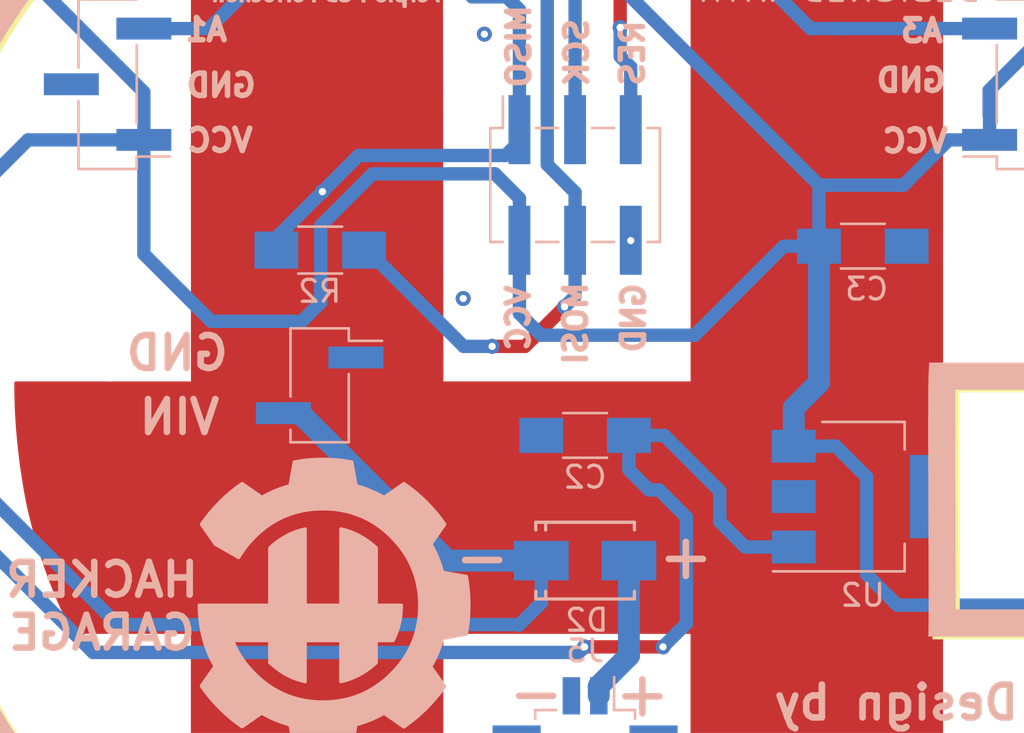
<source format=kicad_pcb>
(kicad_pcb (version 20171130) (host pcbnew 5.1.5-52549c5~84~ubuntu18.04.1)
  (layers (0 F.Cu signal hide) (31 B.Cu signal hide) (34 B.Paste user) (35 F.Paste user) (36 B.SilkS user) (37 F.SilkS user hide) (38 B.Mask user) (39 F.Mask user hide) (44 Edge.Cuts user))
  (net 0 "")
  (net 1 +5V)
  (net 2 GND)
  (net 3 VCC)
  (net 4 "Net-(D1-Pad2)")
  (net 5 VBAT)
  (net 6 3-A3)
  (net 7 SCK-2-A1)
  (net 8 MISO-1-PWM)
  (net 9 MOSI-0-PWM)
  (net 10 RESET)
  (net 11 4-A2)
  (net 12 "Net-(LED1-Pad4)")
  (net 13 "Net-(LED2-Pad4)")
  (net 14 "Net-(LED3-Pad4)")
  (net 15 "Net-(LED4-Pad4)")
  (net 16 "Net-(LED5-Pad4)")
  (net 17 "Net-(LED6-Pad4)")
  (net 18 "Net-(C2-Pad1)")
  (module PCBWay:MountingHole_3.5mm_Pad (layer F.Cu) (at 149.1488 54.9402)
    (fp_text reference MountinHoleBagde)
    (fp_text value MountingHole_5mm_Badge)
    (pad 1 thru_hole circle (at 0 0) (size 6 6) (drill 5) (layers *.Cu *.Mask))
  )
  (module PCBWay:DIODE-SMA (layer B.Cu) (at 149.2504 105.791)
    (fp_text reference D2)
    (fp_text value MBRA140 hide)
    (fp_text user %R (at 0.0762 2.7178) (layer B.SilkS) (effects (justify mirror)))
    (pad 2 smd rect (at 1.99898 0) (size 2.49936 1.80086) (layers B.Cu B.Paste B.Mask) (net 5 VBAT))
    (pad 1 smd rect (at -1.99898 0) (size 2.49936 1.80086) (layers B.Cu B.Paste B.Mask) (net 3 VCC))
  )
  (module PCBWay:C_1206_HandSoldering (layer B.Cu) (at 168.2496 69.6722 180)
    (fp_text reference C1 (at 0 -1.905 180) (layer B.SilkS) (effects (justify mirror)))
    (fp_text value 22nF)
    (pad 1 smd rect (at -2 0 180) (size 2 1.6) (layers B.Cu B.Paste B.Mask) (net 1 +5V))
    (pad 2 smd rect (at 2 0 180) (size 2 1.6) (layers B.Cu B.Paste B.Mask) (net 2 GND))
  )
  (module PCBWay:C_1206_HandSoldering (layer B.Cu) (at 149.2504 100.076 180)
    (fp_text reference C2 (at 0 -1.905 180) (layer B.SilkS) (effects (justify mirror)))
    (fp_text value 4.7uF)
    (pad 1 smd rect (at -2 0 180) (size 2 1.6) (layers B.Cu B.Paste B.Mask) (net 18 "Net-(C2-Pad1)"))
    (pad 2 smd rect (at 2 0 180) (size 2 1.6) (layers B.Cu B.Paste B.Mask) (net 2 GND))
  )
  (module PCBWay:C_1206_HandSoldering (layer B.Cu) (at 161.925 91.44)
    (fp_text reference C3 (at 0.1778 1.9558) (layer B.SilkS) (effects (justify mirror)))
    (fp_text value 4.7uF)
    (pad 2 smd rect (at 2 0) (size 2 1.6) (layers B.Cu B.Paste B.Mask) (net 2 GND))
    (pad 1 smd rect (at -2 0) (size 2 1.6) (layers B.Cu B.Paste B.Mask) (net 1 +5V))
  )
  (module PCBWay:H_CapSense (layer F.Cu) (at 144.399 97.7138)
    (fp_text reference CAP1 hide)
    (fp_text value HG_CAPSENSE_H hide)
    (fp_poly (pts (xy 21.112819 11.346745) (xy 21.112819 11.567035) (xy 21.112819 11.787335) (xy 21.112819 12.007625) (xy 21.112819 12.227915) (xy 21.112819 12.448205) (xy 21.112819 12.668505) (xy 21.112819 12.888795) (xy 21.112819 13.109085) (xy 21.112819 13.329385) (xy 21.112819 13.549675) (xy 21.112819 13.769965) (xy 21.112819 13.990255) (xy 21.112819 14.210555) (xy 21.112819 14.430845) (xy 21.112819 14.651135) (xy 21.112819 14.871435) (xy 21.112819 15.091725) (xy 21.112819 15.312015) (xy 21.112819 15.532305) (xy 21.112819 15.752605) (xy 21.112819 15.972895) (xy 21.112819 16.193185) (xy 21.112819 16.413475) (xy 21.112819 16.633775) (xy 21.112819 16.854065) (xy 21.112819 17.074355) (xy 21.112819 17.294655) (xy 21.112819 17.514945) (xy 21.112819 17.735235) (xy 21.112819 17.955525) (xy 21.112819 18.175825) (xy 21.112819 18.396115) (xy 21.000605 18.495715) (xy 20.888608 18.594415) (xy 20.776828 18.692315) (xy 20.665266 18.789315) (xy 20.553922 18.885415) (xy 20.442795 18.980615) (xy 20.331886 19.074915) (xy 20.221195 19.168415) (xy 20.110723 19.261015) (xy 20.000468 19.352715) (xy 19.890431 19.443515) (xy 19.780613 19.533515) (xy 19.671014 19.622615) (xy 19.561632 19.710815) (xy 19.45247 19.798115) (xy 19.343526 19.884615) (xy 19.234802 19.970215) (xy 19.126296 20.054915) (xy 19.018009 20.138715) (xy 18.909941 20.221615) (xy 18.802093 20.303715) (xy 18.694464 20.384915) (xy 18.587055 20.465215) (xy 18.479865 20.544615) (xy 18.372895 20.623115) (xy 18.266144 20.700815) (xy 18.159614 20.777615) (xy 18.053304 20.853515) (xy 17.947213 20.928515) (xy 17.841343 21.002615) (xy 17.735693 21.075915) (xy 17.630264 21.148315) (xy 17.409982 21.296125) (xy 17.188002 21.441205) (xy 16.964323 21.583535) (xy 16.738946 21.723125) (xy 16.51187 21.859965) (xy 16.283095 21.994075) (xy 16.052622 22.125435) (xy 15.820449 22.254065) (xy 15.586577 22.379945) (xy 15.351007 22.503085) (xy 15.113736 22.623475) (xy 14.874767 22.741135) (xy 14.634098 22.856055) (xy 14.391729 22.968225) (xy 14.14766 23.077655) (xy 13.901892 23.184345) (xy 13.654424 23.288295) (xy 13.405256 23.389505) (xy 13.154388 23.488005) (xy 12.901819 23.583705) (xy 12.64755 23.676705) (xy 12.391581 23.766905) (xy 12.133911 23.854405) (xy 11.874541 23.939205) (xy 11.61347 24.021205) (xy 11.350697 24.100505) (xy 11.086225 24.177005) (xy 10.820051 24.250805) (xy 10.552175 24.321905) (xy 10.282599 24.390205) (xy 10.011321 24.455805) (xy 9.738342 24.518605) (xy 9.738342 24.106965) (xy 9.738342 23.695325) (xy 9.738342 23.283685) (xy 9.738342 22.872045) (xy 9.738342 22.460405) (xy 9.738342 22.048765) (xy 9.738342 21.637125) (xy 9.738342 21.225485) (xy 9.738342 20.813835) (xy 9.738342 20.402195) (xy 9.738342 19.990555) (xy 9.738342 19.578915) (xy 9.738342 19.167275) (xy 9.738342 18.755635) (xy 9.738342 18.343995) (xy 9.738342 17.932355) (xy 9.738342 17.520715) (xy 9.738342 17.109075) (xy 9.738342 16.697435) (xy 9.738342 16.285795) (xy 9.738342 15.874155) (xy 9.738342 15.462515) (xy 9.738342 15.050875) (xy 9.738342 14.639235) (xy 9.738342 14.227585) (xy 9.738342 13.815945) (xy 9.738342 13.404305) (xy 9.738342 12.992665) (xy 9.738342 12.581025) (xy 9.738342 12.169385) (xy 9.738342 11.757745) (xy 9.738342 11.346105) (xy 9.381134 11.346105) (xy 9.023926 11.346105) (xy 8.666718 11.346105) (xy 8.309511 11.346105) (xy 7.952303 11.346105) (xy 7.595095 11.346105) (xy 7.237887 11.346105) (xy 6.880679 11.346105) (xy 6.523471 11.346105) (xy 6.166264 11.346105) (xy 5.809056 11.346105) (xy 5.451848 11.346105) (xy 5.09464 11.346105) (xy 4.737432 11.346105) (xy 4.380224 11.346105) (xy 4.023016 11.346105) (xy 3.665809 11.346105) (xy 3.308601 11.346105) (xy 2.951393 11.346105) (xy 2.594185 11.346105) (xy 2.236977 11.346105) (xy 1.879769 11.346105) (xy 1.522562 11.346105) (xy 1.165354 11.346105) (xy 0.808146 11.346105) (xy 0.450938 11.346105) (xy 0.09373 11.346105) (xy -0.263478 11.346105) (xy -0.620685 11.346105) (xy -0.977893 11.346105) (xy -1.335101 11.346105) (xy -1.692309 11.346105) (xy -1.692309 11.757725) (xy -1.692309 12.169355) (xy -1.692309 12.580975) (xy -1.692309 12.992595) (xy -1.692309 13.404215) (xy -1.692309 13.815845) (xy -1.692309 14.227465) (xy -1.692309 14.639085) (xy -1.692309 15.050715) (xy -1.692309 15.462335) (xy -1.692309 15.873955) (xy -1.692309 16.285575) (xy -1.692309 16.697205) (xy -1.692309 17.108825) (xy -1.692309 17.520445) (xy -1.692309 17.932075) (xy -1.692309 18.343695) (xy -1.692309 18.755315) (xy -1.692309 19.166935) (xy -1.692309 19.578565) (xy -1.692309 19.990185) (xy -1.692309 20.401805) (xy -1.692309 20.813425) (xy -1.692309 21.225055) (xy -1.692309 21.636675) (xy -1.692309 22.048295) (xy -1.692309 22.459925) (xy -1.692309 22.871545) (xy -1.692309 23.283165) (xy -1.692309 23.694785) (xy -1.692309 24.106415) (xy -1.692309 24.518035) (xy -1.965288 24.455235) (xy -2.236566 24.389635) (xy -2.506142 24.321335) (xy -2.774017 24.250235) (xy -3.040191 24.176435) (xy -3.304664 24.099935) (xy -3.567436 24.020635) (xy -3.828508 23.938635) (xy -4.087878 23.853835) (xy -4.345548 23.766335) (xy -4.601517 23.676135) (xy -4.855786 23.583135) (xy -5.108354 23.487435) (xy -5.359223 23.388935) (xy -5.608391 23.287725) (xy -5.855859 23.183785) (xy -6.101627 23.077085) (xy -6.345696 22.967655) (xy -6.588064 22.855485) (xy -6.828733 22.740575) (xy -7.067703 22.622915) (xy -7.304973 22.502515) (xy -7.540544 22.379375) (xy -7.774416 22.253495) (xy -8.006588 22.124875) (xy -8.237062 21.993505) (xy -8.465837 21.859405) (xy -8.692913 21.722555) (xy -8.91829 21.582965) (xy -9.141969 21.440635) (xy -9.363949 21.295555) (xy -9.584231 21.147745) (xy -9.691344 21.078745) (xy -9.798569 21.008745) (xy -9.905905 20.937645) (xy -10.013353 20.865545) (xy -10.120913 20.792445) (xy -10.228583 20.718245) (xy -10.336366 20.643045) (xy -10.444259 20.566745) (xy -10.552263 20.489445) (xy -10.660379 20.411045) (xy -10.768605 20.331645) (xy -10.876942 20.251245) (xy -10.98539 20.169745) (xy -11.093948 20.087245) (xy -11.202617 20.003645) (xy -11.311396 19.919045) (xy -11.420286 19.833345) (xy -11.529285 19.746645) (xy -11.638395 19.658945) (xy -11.747615 19.570145) (xy -11.856944 19.480345) (xy -11.966383 19.389445) (xy -12.075932 19.297545) (xy -12.18559 19.204645) (xy -12.295358 19.110645) (xy -12.405235 19.015645) (xy -12.515222 18.919545) (xy -12.625317 18.822445) (xy -12.735521 18.724245) (xy -12.845835 18.625045) (xy -12.956257 18.524815) (xy -13.066788 18.423545) (xy -13.066788 18.202375) (xy -13.066788 17.981205) (xy -13.066788 17.760035) (xy -13.066788 17.538865) (xy -13.066788 17.317695) (xy -13.066788 17.096525) (xy -13.066788 16.875355) (xy -13.066788 16.654185) (xy -13.066788 16.433015) (xy -13.066788 16.211845) (xy -13.066788 15.990675) (xy -13.066788 15.769505) (xy -13.066788 15.548335) (xy -13.066788 15.327165) (xy -13.066788 15.105995) (xy -13.066788 14.884815) (xy -13.066788 14.663645) (xy -13.066788 14.442475) (xy -13.066788 14.221305) (xy -13.066788 14.000135) (xy -13.066788 13.778965) (xy -13.066788 13.557795) (xy -13.066788 13.336625) (xy -13.066788 13.115455) (xy -13.066788 12.894285) (xy -13.066788 12.673115) (xy -13.066788 12.451945) (xy -13.066788 12.230775) (xy -13.066788 12.009605) (xy -13.066788 11.788435) (xy -13.066788 11.567265) (xy -13.066788 11.346095) (xy -13.236176 11.346095) (xy -13.405565 11.346095) (xy -13.574953 11.346095) (xy -13.744342 11.346095) (xy -13.91373 11.346095) (xy -14.083119 11.346095) (xy -14.252507 11.346095) (xy -14.421896 11.346095) (xy -14.591284 11.346095) (xy -14.760672 11.346095) (xy -14.930061 11.346095) (xy -15.099449 11.346095) (xy -15.268838 11.346095) (xy -15.438226 11.346095) (xy -15.607615 11.346095) (xy -15.777003 11.346095) (xy -15.946391 11.346095) (xy -16.11578 11.346095) (xy -16.285168 11.346095) (xy -16.454557 11.346095) (xy -16.623945 11.346095) (xy -16.793334 11.346095) (xy -16.962722 11.346095) (xy -17.132111 11.346095) (xy -17.301499 11.346095) (xy -17.470887 11.346095) (xy -17.640276 11.346095) (xy -17.809664 11.346095) (xy -17.979053 11.346095) (xy -18.148441 11.346095) (xy -18.31783 11.346095) (xy -18.487218 11.346095) (xy -18.575998 11.171935) (xy -18.663298 10.997005) (xy -18.749118 10.821315) (xy -18.833458 10.644855) (xy -18.916318 10.467625) (xy -18.997698 10.289635) (xy -19.077588 10.110865) (xy -19.155998 9.931335) (xy -19.232928 9.751045) (xy -19.308378 9.569975) (xy -19.382348 9.388145) (xy -19.454838 9.205535) (xy -19.525848 9.022165) (xy -19.595378 8.838035) (xy -19.663428 8.653125) (xy -19.729998 8.467445) (xy -19.795078 8.281005) (xy -19.858678 8.093795) (xy -19.920798 7.905815) (xy -19.981438 7.717065) (xy -20.040598 7.527545) (xy -20.098278 7.337255) (xy -20.154478 7.146195) (xy -20.209198 6.954375) (xy -20.262428 6.761775) (xy -20.314178 6.568415) (xy -20.364448 6.374275) (xy -20.413238 6.179375) (xy -20.460548 5.983695) (xy -20.506378 5.787255) (xy -20.550728 5.590035) (xy -20.593598 5.392055) (xy -20.626408 5.220105) (xy -20.658178 5.048315) (xy -20.688908 4.876695) (xy -20.718598 4.705245) (xy -20.747248 4.533955) (xy -20.774858 4.362835) (xy -20.801428 4.191885) (xy -20.826958 4.021095) (xy -20.851448 3.850475) (xy -20.874898 3.680025) (xy -20.897308 3.509735) (xy -20.918678 3.339615) (xy -20.938998 3.169655) (xy -20.958278 2.999865) (xy -20.976518 2.830245) (xy -20.993718 2.660775) (xy -21.009878 2.491485) (xy -21.024998 2.322345) (xy -21.039078 2.153375) (xy -21.052108 1.984575) (xy -21.064098 1.815935) (xy -21.075048 1.647455) (xy -21.084948 1.479135) (xy -21.093848 1.310985) (xy -21.101648 1.142995) (xy -21.108448 0.975175) (xy -21.114148 0.807505) (xy -21.118848 0.640005) (xy -21.122548 0.472665) (xy -21.125148 0.305485) (xy -21.126748 0.138475) (xy -21.12727 -0.028385) (xy -20.995621 -0.028385) (xy -20.863972 -0.028385) (xy -20.732323 -0.028385) (xy -20.600674 -0.028385) (xy -20.469025 -0.028385) (xy -20.337376 -0.028385) (xy -20.205727 -0.028385) (xy -20.074078 -0.028385) (xy -19.942429 -0.028385) (xy -19.81078 -0.028385) (xy -19.679131 -0.028385) (xy -19.547482 -0.028385) (xy -19.415833 -0.028385) (xy -19.284184 -0.028385) (xy -19.152535 -0.028385) (xy -19.020886 -0.028385) (xy -18.889236 -0.028385) (xy -18.757587 -0.028385) (xy -18.625938 -0.028385) (xy -18.494289 -0.028385) (xy -18.36264 -0.028385) (xy -18.230991 -0.028385) (xy -18.099342 -0.028385) (xy -17.967693 -0.028385) (xy -17.836044 -0.028385) (xy -17.704395 -0.028385) (xy -17.572746 -0.028385) (xy -17.441097 -0.028385) (xy -17.309448 -0.028385) (xy -17.177799 -0.028385) (xy -17.04615 -0.028385) (xy -16.914501 -0.028385) (xy -16.912701 -0.025385) (xy -16.910901 -0.022385) (xy -16.909101 -0.019385) (xy -16.907301 -0.016385) (xy -16.905501 -0.013385) (xy -16.903701 -0.010385) (xy -16.901901 -0.007385) (xy -16.900101 -0.004385) (xy -16.898301 -0.001385) (xy -16.896501 0.001615) (xy -16.894701 0.004615) (xy -16.892901 0.007615) (xy -16.891101 0.010615) (xy -16.889301 0.013615) (xy -16.887501 0.016615) (xy -16.885701 0.019615) (xy -16.883901 0.022615) (xy -16.882101 0.025615) (xy -16.880301 0.028615) (xy -16.878501 0.031615) (xy -16.876701 0.034615) (xy -16.874901 0.037615) (xy -16.873101 0.040615) (xy -16.871301 0.043615) (xy -16.869501 0.046615) (xy -16.867701 0.049615) (xy -16.865901 0.052615) (xy -16.864101 0.055615) (xy -16.862301 0.058615) (xy -16.860501 0.061615) (xy -16.858701 0.064615) (xy -16.856901 0.067615) (xy -16.855101 0.064615) (xy -16.853301 0.061615) (xy -16.851501 0.058615) (xy -16.849701 0.055615) (xy -16.847901 0.052615) (xy -16.846101 0.049615) (xy -16.844301 0.046615) (xy -16.842501 0.043615) (xy -16.840701 0.040615) (xy -16.838901 0.037615) (xy -16.837101 0.034615) (xy -16.835301 0.031615) (xy -16.833501 0.028615) (xy -16.831701 0.025615) (xy -16.829901 0.022615) (xy -16.828101 0.019615) (xy -16.826301 0.016615) (xy -16.824501 0.013615) (xy -16.822701 0.010615) (xy -16.820901 0.007615) (xy -16.819101 0.004615) (xy -16.817301 0.001615) (xy -16.815501 -0.001385) (xy -16.813701 -0.004385) (xy -16.811901 -0.007385) (xy -16.810101 -0.010385) (xy -16.808301 -0.013385) (xy -16.806501 -0.016385) (xy -16.804701 -0.019385) (xy -16.802901 -0.022385) (xy -16.801101 -0.025385) (xy -16.799301 -0.028385) (xy -16.682572 -0.028385) (xy -16.565843 -0.028385) (xy -16.449115 -0.028385) (xy -16.332386 -0.028385) (xy -16.215657 -0.028385) (xy -16.098928 -0.028385) (xy -15.982199 -0.028385) (xy -15.865471 -0.028385) (xy -15.748742 -0.028385) (xy -15.632013 -0.028385) (xy -15.515284 -0.028385) (xy -15.398555 -0.028385) (xy -15.281826 -0.028385) (xy -15.165098 -0.028385) (xy -15.048369 -0.028385) (xy -14.93164 -0.028385) (xy -14.814911 -0.028385) (xy -14.698182 -0.028385) (xy -14.581454 -0.028385) (xy -14.464725 -0.028385) (xy -14.347996 -0.028385) (xy -14.231267 -0.028385) (xy -14.114538 -0.028385) (xy -13.99781 -0.028385) (xy -13.881081 -0.028385) (xy -13.764352 -0.028385) (xy -13.647623 -0.028385) (xy -13.530894 -0.028385) (xy -13.414165 -0.028385) (xy -13.297437 -0.028385) (xy -13.180708 -0.028385) (xy -13.063979 -0.028385) (xy -13.063979 -0.603255) (xy -13.063979 -1.178115) (xy -13.063979 -1.752985) (xy -13.063979 -2.327855) (xy -13.063979 -2.902725) (xy -13.063979 -3.477585) (xy -13.063979 -4.052455) (xy -13.063979 -4.627325) (xy -13.063979 -5.202185) (xy -13.063979 -5.777055) (xy -13.063979 -6.351925) (xy -13.063979 -6.926795) (xy -13.063979 -7.501655) (xy -13.063979 -8.076525) (xy -13.063979 -8.651395) (xy -13.063979 -9.226265) (xy -13.063979 -9.801125) (xy -13.063979 -10.375995) (xy -13.063979 -10.950865) (xy -13.063979 -11.525725) (xy -13.063979 -12.100595) (xy -13.063979 -12.675465) (xy -13.063979 -13.250335) (xy -13.063979 -13.825195) (xy -13.063979 -14.400065) (xy -13.063979 -14.974935) (xy -13.063979 -15.549795) (xy -13.063979 -16.124665) (xy -13.063979 -16.699535) (xy -13.063979 -17.274405) (xy -13.063979 -17.849265) (xy -13.063979 -18.424135) (xy -12.960289 -18.522035) (xy -12.856381 -18.619135) (xy -12.752256 -18.715335) (xy -12.647914 -18.810735) (xy -12.543354 -18.905335) (xy -12.438576 -18.999135) (xy -12.33358 -19.092135) (xy -12.228367 -19.184235) (xy -12.122935 -19.275535) (xy -12.017285 -19.366035) (xy -11.911417 -19.455735) (xy -11.805331 -19.544535) (xy -11.699026 -19.632535) (xy -11.592503 -19.719735) (xy -11.485761 -19.806135) (xy -11.3788 -19.891635) (xy -11.27162 -19.976335) (xy -11.164222 -20.060235) (xy -11.056604 -20.143335) (xy -10.948767 -20.225635) (xy -10.840711 -20.307035) (xy -10.732435 -20.387635) (xy -10.62394 -20.467435) (xy -10.515226 -20.546435) (xy -10.406292 -20.624535) (xy -10.297138 -20.701835) (xy -10.187764 -20.778335) (xy -10.07817 -20.854035) (xy -9.968356 -20.928935) (xy -9.858321 -21.002935) (xy -9.748067 -21.076135) (xy -9.637592 -21.148535) (xy -9.407079 -21.299765) (xy -9.175471 -21.448035) (xy -8.942766 -21.593345) (xy -8.708966 -21.735685) (xy -8.47407 -21.875075) (xy -8.238077 -22.011495) (xy -8.000989 -22.144955) (xy -7.762804 -22.275445) (xy -7.523524 -22.402985) (xy -7.283148 -22.527555) (xy -7.041675 -22.649165) (xy -6.799107 -22.767815) (xy -6.555443 -22.883505) (xy -6.310682 -22.996225) (xy -6.064826 -23.105985) (xy -5.817874 -23.212785) (xy -5.569826 -23.316625) (xy -5.320681 -23.417505) (xy -5.070441 -23.515405) (xy -4.819105 -23.610305) (xy -4.566673 -23.702305) (xy -4.313145 -23.791305) (xy -4.058521 -23.877405) (xy -3.802801 -23.960505) (xy -3.545985 -24.040605) (xy -3.288073 -24.117805) (xy -3.029065 -24.192005) (xy -2.768961 -24.263205) (xy -2.507761 -24.331505) (xy -2.245465 -24.396805) (xy -1.982073 -24.459205) (xy -1.717585 -24.518605) (xy -1.716707 -23.753285) (xy -1.715829 -22.987965) (xy -1.714952 -22.222645) (xy -1.714074 -21.457325) (xy -1.713196 -20.692005) (xy -1.712318 -19.926685) (xy -1.71144 -19.161365) (xy -1.710563 -18.396045) (xy -1.709685 -17.630735) (xy -1.708807 -16.865415) (xy -1.707929 -16.100095) (xy -1.707051 -15.334775) (xy -1.706173 -14.569455) (xy -1.705296 -13.804135) (xy -1.704418 -13.038815) (xy -1.70354 -12.273495) (xy -1.702662 -11.508175) (xy -1.701784 -10.742855) (xy -1.700907 -9.977535) (xy -1.700029 -9.212215) (xy -1.699151 -8.446895) (xy -1.698273 -7.681575) (xy -1.697395 -6.916255) (xy -1.696518 -6.150935) (xy -1.69564 -5.385625) (xy -1.694762 -4.620305) (xy -1.693884 -3.854985) (xy -1.693006 -3.089665) (xy -1.692128 -2.324345) (xy -1.691251 -1.559025) (xy -1.690373 -0.793705) (xy -1.689495 -0.028385) (xy -1.332287 -0.028385) (xy -0.975079 -0.028385) (xy -0.617872 -0.028385) (xy -0.260664 -0.028385) (xy 0.096544 -0.028385) (xy 0.453752 -0.028385) (xy 0.810959 -0.028385) (xy 1.168167 -0.028385) (xy 1.525375 -0.028385) (xy 1.882583 -0.028385) (xy 2.239791 -0.028385) (xy 2.596998 -0.028385) (xy 2.954206 -0.028385) (xy 3.311414 -0.028385) (xy 3.668622 -0.028385) (xy 4.025829 -0.028385) (xy 4.383037 -0.028385) (xy 4.740245 -0.028385) (xy 5.097453 -0.028385) (xy 5.454661 -0.028385) (xy 5.811868 -0.028385) (xy 6.169076 -0.028385) (xy 6.526284 -0.028385) (xy 6.883492 -0.028385) (xy 7.2407 -0.028385) (xy 7.597907 -0.028385) (xy 7.955115 -0.028385) (xy 8.312323 -0.028385) (xy 8.669531 -0.028385) (xy 9.026738 -0.028385) (xy 9.383946 -0.028385) (xy 9.741154 -0.028385) (xy 9.741154 -0.792825) (xy 9.741154 -1.557265) (xy 9.741154 -2.321715) (xy 9.741154 -3.086155) (xy 9.741154 -3.850595) (xy 9.741154 -4.615035) (xy 9.741154 -5.379475) (xy 9.741154 -6.143915) (xy 9.741154 -6.908365) (xy 9.741154 -7.672805) (xy 9.741154 -8.437245) (xy 9.741154 -9.201685) (xy 9.741154 -9.966125) (xy 9.741154 -10.730575) (xy 9.741154 -11.495015) (xy 9.741154 -12.259455) (xy 9.741154 -13.023895) (xy 9.741154 -13.788335) (xy 9.741154 -14.552785) (xy 9.741154 -15.317225) (xy 9.741154 -16.081665) (xy 9.741154 -16.846105) (xy 9.741154 -17.610545) (xy 9.741154 -18.374995) (xy 9.741154 -19.139435) (xy 9.741154 -19.903875) (xy 9.741154 -20.668315) (xy 9.741154 -21.432755) (xy 9.741154 -22.197195) (xy 9.741154 -22.961645) (xy 9.741154 -23.726085) (xy 9.741154 -24.490525) (xy 10.003958 -24.434525) (xy 10.265775 -24.375425) (xy 10.526605 -24.313225) (xy 10.786447 -24.247925) (xy 11.045302 -24.179425) (xy 11.303169 -24.107825) (xy 11.560049 -24.033125) (xy 11.815942 -23.955225) (xy 12.070847 -23.874225) (xy 12.324765 -23.790125) (xy 12.577696 -23.702925) (xy 12.829639 -23.612525) (xy 13.080595 -23.519025) (xy 13.330564 -23.422425) (xy 13.579545 -23.322625) (xy 13.827539 -23.219745) (xy 14.074546 -23.113725) (xy 14.320565 -23.004585) (xy 14.565597 -22.892325) (xy 14.809641 -22.776935) (xy 15.052698 -22.658415) (xy 15.294768 -22.536765) (xy 15.535851 -22.411995) (xy 15.775946 -22.284105) (xy 16.015053 -22.153085) (xy 16.253174 -22.018935) (xy 16.490307 -21.881665) (xy 16.726452 -21.741275) (xy 16.96161 -21.597755) (xy 17.195781 -21.451115) (xy 17.428965 -21.301345) (xy 17.661161 -21.148455) (xy 17.780183 -21.070955) (xy 17.898491 -20.992955) (xy 18.016085 -20.914355) (xy 18.132964 -20.835255) (xy 18.24913 -20.755555) (xy 18.364581 -20.675355) (xy 18.479318 -20.594555) (xy 18.593341 -20.513255) (xy 18.706649 -20.431355) (xy 18.819244 -20.348955) (xy 18.931124 -20.265955) (xy 19.04229 -20.182455) (xy 19.152742 -20.098355) (xy 19.26248 -20.013755) (xy 19.371503 -19.928555) (xy 19.479812 -19.842855) (xy 19.587407 -19.756555) (xy 19.694288 -19.669755) (xy 19.800455 -19.582355) (xy 19.905908 -19.494455) (xy 20.010646 -19.405955) (xy 20.11467 -19.316955) (xy 20.21798 -19.227355) (xy 20.320576 -19.137255) (xy 20.422457 -19.046555) (xy 20.523625 -18.955355) (xy 20.624078 -18.863555) (xy 20.723818 -18.771255) (xy 20.822838 -18.678355) (xy 20.921148 -18.584955) (xy 21.018748 -18.490955) (xy 21.115628 -18.396455) (xy 21.115628 -17.822465) (xy 21.115628 -17.248475) (xy 21.115628 -16.674485) (xy 21.115628 -16.100495) (xy 21.115628 -15.526505) (xy 21.115628 -14.952515) (xy 21.115628 -14.378525) (xy 21.115628 -13.804535) (xy 21.115628 -13.230555) (xy 21.115628 -12.656565) (xy 21.115628 -12.082575) (xy 21.115628 -11.508585) (xy 21.115628 -10.934595) (xy 21.115628 -10.360605) (xy 21.115628 -9.786615) (xy 21.115628 -9.212625) (xy 21.115628 -8.638635) (xy 21.115628 -8.064645) (xy 21.115628 -7.490655) (xy 21.115628 -6.916665) (xy 21.115628 -6.342675) (xy 21.115628 -5.768685) (xy 21.115628 -5.194695) (xy 21.115628 -4.620705) (xy 21.115628 -4.046725) (xy 21.115628 -3.472735) (xy 21.115628 -2.898745) (xy 21.115628 -2.324755) (xy 21.115628 -1.750765) (xy 21.115628 -1.176775) (xy 21.115628 -0.602785) (xy 21.115628 -0.028795) (xy 21.108628 0.308035) (xy 21.102828 0.659105) (xy 21.098128 1.023105) (xy 21.094428 1.398735) (xy 21.091728 1.784695) (xy 21.089928 2.179675) (xy 21.088928 2.582375) (xy 21.088626 2.991495) (xy 21.08899 3.405725) (xy 21.089945 3.823765) (xy 21.091445 4.244315) (xy 21.093345 4.666065) (xy 21.095645 5.087705) (xy 21.098245 5.507955) (xy 21.101045 5.925485) (xy 21.104045 6.339015) (xy 21.107145 6.747225) (xy 21.110245 7.148815) (xy 21.113345 7.542485) (xy 21.116245 7.926935) (xy 21.118945 8.300845) (xy 21.121445 8.662935) (xy 21.123545 9.011885) (xy 21.125245 9.346395) (xy 21.126445 9.665155) (xy 21.127123 9.966885) (xy 21.127174 10.250255) (xy 21.126526 10.513975) (xy 21.125126 10.756735) (xy 21.122826 10.977245) (xy 21.119626 11.174185) (xy 21.115426 11.346255) (xy 21.112819 11.346745)) (layer F.Cu) (width 0.148617))
  )
  (module PCBWay:LED_1206_HandSoldering (layer F.Cu) (at 178.435 102.87)
    (fp_text reference On (at 0 -1.85) (layer F.SilkS))
    (fp_text value ON)
    (pad 1 smd rect (at -2 0) (size 2 1.7) (layers F.Cu F.Paste F.Mask) (net 2 GND))
    (pad 2 smd rect (at 2 0) (size 2 1.7) (layers F.Cu F.Paste F.Mask) (net 4 "Net-(D1-Pad2)"))
  )
  (module PCBWay:Pin_Header_Straight_1x03_Pitch2.54mm_SMD_Pin1Left (layer B.Cu) (at 169.3672 84.0486)
    (fp_text reference J1 hide)
    (fp_text value CONN_01X03)
    (pad 1 smd rect (at -1.655 2.54) (size 2.51 1) (layers B.Cu B.Paste B.Mask) (net 1 +5V))
    (pad 3 smd rect (at -1.655 -2.54) (size 2.51 1) (layers B.Cu B.Paste B.Mask) (net 6 3-A3))
    (pad 2 smd rect (at 1.655 0) (size 2.51 1) (layers B.Cu B.Paste B.Mask) (net 2 GND))
  )
  (module PCBWay:Pin_Header_Straight_1x03_Pitch2.54mm_SMD_Pin1Right (layer B.Cu) (at 127.4572 84.0486)
    (fp_text reference J2 hide)
    (fp_text value CONN_01X03)
    (pad 2 smd rect (at -1.655 0) (size 2.51 1) (layers B.Cu B.Paste B.Mask) (net 2 GND))
    (pad 1 smd rect (at 1.655 2.54) (size 2.51 1) (layers B.Cu B.Paste B.Mask) (net 1 +5V))
    (pad 3 smd rect (at 1.655 -2.54) (size 2.51 1) (layers B.Cu B.Paste B.Mask) (net 7 SCK-2-A1))
  )
  (module PCBWay:Pin_Header_Straight_2x03_Pitch2.54mm_SMD (layer B.Cu) (at 148.7932 88.646 270)
    (fp_text reference J3 hide)
    (fp_text value CONN_02X03)
    (pad 1 smd rect (at -2.525 2.54 270) (size 3.15 1) (layers B.Cu B.Paste B.Mask) (net 8 MISO-1-PWM))
    (pad 2 smd rect (at 2.525 2.54 270) (size 3.15 1) (layers B.Cu B.Paste B.Mask) (net 1 +5V))
    (pad 3 smd rect (at -2.525 0 270) (size 3.15 1) (layers B.Cu B.Paste B.Mask) (net 7 SCK-2-A1))
    (pad 4 smd rect (at 2.525 0 270) (size 3.15 1) (layers B.Cu B.Paste B.Mask) (net 9 MOSI-0-PWM))
    (pad 5 smd rect (at -2.525 -2.54 270) (size 3.15 1) (layers B.Cu B.Paste B.Mask) (net 10 RESET))
    (pad 6 smd rect (at 2.525 -2.54 270) (size 3.15 1) (layers B.Cu B.Paste B.Mask) (net 2 GND))
  )
  (module PCBWay:Pin_Header_Straight_1x02_Pitch2.54mm_SMD_Pin1Left (layer B.Cu) (at 137.1346 97.79 180)
    (fp_text reference J4 hide)
    (fp_text value CONN_01X02)
    (pad 1 smd rect (at -1.655 1.27 180) (size 2.51 1) (layers B.Cu B.Paste B.Mask) (net 2 GND))
    (pad 2 smd rect (at 1.655 -1.27 180) (size 2.51 1) (layers B.Cu B.Paste B.Mask) (net 3 VCC))
  )
  (module PCBWay:Molex_PicoBlade_53261-0271_02x1.25mm_Angled (layer B.Cu) (at 149.2504 113.411 180)
    (fp_text reference J5 (at 0 3.5 180) (layer B.SilkS) (effects (justify mirror)))
    (fp_text value CONN_01X02)
    (pad 1 smd rect (at -0.625 1.45 180) (size 0.8 1.7) (layers B.Cu B.Paste B.Mask) (net 5 VBAT))
    (pad 2 smd rect (at 0.625 1.45 180) (size 0.8 1.7) (layers B.Cu B.Paste B.Mask) (net 2 GND))
    (pad "" smd rect (at -3.125 -1.45 180) (size 2.2 3.1) (layers B.Cu B.Paste B.Mask))
    (pad "" smd rect (at 3.125 -1.45 180) (size 2.2 3.1) (layers B.Cu B.Paste B.Mask))
  )
  (module PCBWay:WS2812B (layer F.Cu) (at 177.1396 70.7136 315)
    (fp_text reference LED1)
    (fp_text value WS2812B hide)
    (pad 1 smd rect (at 2.4384 1.651 315) (size 1.8 1.4) (layers F.Cu F.Paste F.Mask) (net 2 GND))
    (pad 2 smd rect (at 2.4384 -1.651 315) (size 1.8 1.4) (layers F.Cu F.Paste F.Mask) (net 11 4-A2))
    (pad 3 smd rect (at -2.4384 -1.651 315) (size 1.8 1.4) (layers F.Cu F.Paste F.Mask) (net 1 +5V))
    (pad 4 smd rect (at -2.4384 1.651 315) (size 1.8 1.4) (layers F.Cu F.Paste F.Mask) (net 12 "Net-(LED1-Pad4)"))
  )
  (module PCBWay:WS2812B (layer F.Cu) (at 149.1742 60.96)
    (fp_text reference LED2)
    (fp_text value WS2812B hide)
    (pad 4 smd rect (at -2.4384 1.651) (size 1.8 1.4) (layers F.Cu F.Paste F.Mask) (net 13 "Net-(LED2-Pad4)"))
    (pad 3 smd rect (at -2.4384 -1.651) (size 1.8 1.4) (layers F.Cu F.Paste F.Mask) (net 1 +5V))
    (pad 2 smd rect (at 2.4384 -1.651) (size 1.8 1.4) (layers F.Cu F.Paste F.Mask) (net 12 "Net-(LED1-Pad4)"))
    (pad 1 smd rect (at 2.4384 1.651) (size 1.8 1.4) (layers F.Cu F.Paste F.Mask) (net 2 GND))
  )
  (module PCBWay:WS2812B (layer F.Cu) (at 121.285 69.977 45)
    (fp_text reference LED3)
    (fp_text value WS2812B hide)
    (pad 4 smd rect (at -2.4384 1.651 45) (size 1.8 1.4) (layers F.Cu F.Paste F.Mask) (net 14 "Net-(LED3-Pad4)"))
    (pad 3 smd rect (at -2.4384 -1.651 45) (size 1.8 1.4) (layers F.Cu F.Paste F.Mask) (net 1 +5V))
    (pad 2 smd rect (at 2.4384 -1.651 45) (size 1.8 1.4) (layers F.Cu F.Paste F.Mask) (net 13 "Net-(LED2-Pad4)"))
    (pad 1 smd rect (at 2.4384 1.651 45) (size 1.8 1.4) (layers F.Cu F.Paste F.Mask) (net 2 GND))
  )
  (module PCBWay:WS2812B (layer F.Cu) (at 110.3884 97.8408 270)
    (fp_text reference LED4)
    (fp_text value WS2812B hide)
    (pad 4 smd rect (at -2.4384 1.651 270) (size 1.8 1.4) (layers F.Cu F.Paste F.Mask) (net 15 "Net-(LED4-Pad4)"))
    (pad 3 smd rect (at -2.4384 -1.651 270) (size 1.8 1.4) (layers F.Cu F.Paste F.Mask) (net 1 +5V))
    (pad 2 smd rect (at 2.4384 -1.651 270) (size 1.8 1.4) (layers F.Cu F.Paste F.Mask) (net 14 "Net-(LED3-Pad4)"))
    (pad 1 smd rect (at 2.4384 1.651 270) (size 1.8 1.4) (layers F.Cu F.Paste F.Mask) (net 2 GND))
  )
  (module PCBWay:WS2812B (layer F.Cu) (at 121.769624 125.708558 315)
    (fp_text reference LED5)
    (fp_text value WS2812B hide)
    (pad 1 smd rect (at 2.4384 1.651 315) (size 1.8 1.4) (layers F.Cu F.Paste F.Mask) (net 2 GND))
    (pad 2 smd rect (at 2.4384 -1.651 315) (size 1.8 1.4) (layers F.Cu F.Paste F.Mask) (net 15 "Net-(LED4-Pad4)"))
    (pad 3 smd rect (at -2.4384 -1.651 315) (size 1.8 1.4) (layers F.Cu F.Paste F.Mask) (net 1 +5V))
    (pad 4 smd rect (at -2.4384 1.651 315) (size 1.8 1.4) (layers F.Cu F.Paste F.Mask) (net 16 "Net-(LED5-Pad4)"))
  )
  (module PCBWay:WS2812B (layer F.Cu) (at 149.3012 136.8044)
    (fp_text reference LED6)
    (fp_text value WS2812B hide)
    (pad 4 smd rect (at -2.4384 1.651) (size 1.8 1.4) (layers F.Cu F.Paste F.Mask) (net 17 "Net-(LED6-Pad4)"))
    (pad 3 smd rect (at -2.4384 -1.651) (size 1.8 1.4) (layers F.Cu F.Paste F.Mask) (net 1 +5V))
    (pad 2 smd rect (at 2.4384 -1.651) (size 1.8 1.4) (layers F.Cu F.Paste F.Mask) (net 16 "Net-(LED5-Pad4)"))
    (pad 1 smd rect (at 2.4384 1.651) (size 1.8 1.4) (layers F.Cu F.Paste F.Mask) (net 2 GND))
  )
  (module PCBWay:WS2812B (layer F.Cu) (at 177.0126 125.4506 45)
    (fp_text reference LED7)
    (fp_text value WS2812B hide)
    (pad 1 smd rect (at 2.4384 1.651 45) (size 1.8 1.4) (layers F.Cu F.Paste F.Mask) (net 2 GND))
    (pad 2 smd rect (at 2.4384 -1.651 45) (size 1.8 1.4) (layers F.Cu F.Paste F.Mask) (net 17 "Net-(LED6-Pad4)"))
    (pad 3 smd rect (at -2.4384 -1.651 45) (size 1.8 1.4) (layers F.Cu F.Paste F.Mask) (net 1 +5V))
    (pad 4 smd rect (at -2.4384 1.651 45) (size 1.8 1.4) (layers F.Cu F.Paste F.Mask))
  )
  (module PCBWay:R_1206_HandSoldering (layer B.Cu) (at 178.435 106.045)
    (fp_text reference R1 (at -4.4196 0.1778) (layer B.SilkS) (effects (justify mirror)))
    (fp_text value 1k)
    (pad 1 smd rect (at -2 0) (size 2 1.7) (layers B.Cu B.Paste B.Mask) (net 1 +5V))
    (pad 2 smd rect (at 2 0) (size 2 1.7) (layers B.Cu B.Paste B.Mask) (net 4 "Net-(D1-Pad2)"))
  )
  (module PCBWay:R_1206_HandSoldering (layer B.Cu) (at 137.16 91.6178 180)
    (fp_text reference R2 (at 0.0254 -1.8796 180) (layer B.SilkS) (effects (justify mirror)))
    (fp_text value "1M Ohms")
    (pad 2 smd rect (at 2 0 180) (size 2 1.7) (layers B.Cu B.Paste B.Mask) (net 8 MISO-1-PWM))
    (pad 1 smd rect (at -2 0 180) (size 2 1.7) (layers B.Cu B.Paste B.Mask) (net 9 MOSI-0-PWM))
  )
  (module PCBWay:SOIJ-8_5.3x5.3mm_Pitch1.27mm (layer B.Cu) (at 149.2504 76.962 180)
    (fp_text reference U1 (at 0.2286 1.6256 180) (layer B.SilkS) (effects (justify mirror)))
    (fp_text value ATTINY85-20SU)
    (pad 8 smd rect (at 3.65 1.905 180) (size 1.7 0.65) (layers B.Cu B.Paste B.Mask) (net 1 +5V))
    (pad 7 smd rect (at 3.65 0.635 180) (size 1.7 0.65) (layers B.Cu B.Paste B.Mask) (net 7 SCK-2-A1))
    (pad 6 smd rect (at 3.65 -0.635 180) (size 1.7 0.65) (layers B.Cu B.Paste B.Mask) (net 8 MISO-1-PWM))
    (pad 5 smd rect (at 3.65 -1.905 180) (size 1.7 0.65) (layers B.Cu B.Paste B.Mask) (net 9 MOSI-0-PWM))
    (pad 4 smd rect (at -3.65 -1.905 180) (size 1.7 0.65) (layers B.Cu B.Paste B.Mask) (net 2 GND))
    (pad 3 smd rect (at -3.65 -0.635 180) (size 1.7 0.65) (layers B.Cu B.Paste B.Mask) (net 11 4-A2))
    (pad 2 smd rect (at -3.65 0.635 180) (size 1.7 0.65) (layers B.Cu B.Paste B.Mask) (net 6 3-A3))
    (pad 1 smd rect (at -3.65 1.905 180) (size 1.7 0.65) (layers B.Cu B.Paste B.Mask) (net 10 RESET))
  )
  (module PCBWay:SOT-223-3Lead_TabPin2 (layer B.Cu) (at 161.925 102.87)
    (fp_text reference U2 (at 0 4.5) (layer B.SilkS) (effects (justify mirror)))
    (fp_text value LM340MP-5.0/NOPB)
    (pad 2 smd rect (at 3.15 0) (size 2 3.8) (layers B.Cu B.Paste B.Mask) (net 2 GND))
    (pad 2 smd rect (at -3.15 0) (size 2 1.5) (layers B.Cu B.Paste B.Mask) (net 2 GND))
    (pad 3 smd rect (at -3.15 -2.3) (size 2 1.5) (layers B.Cu B.Paste B.Mask) (net 1 +5V))
    (pad 1 smd rect (at -3.15 2.3) (size 2 1.5) (layers B.Cu B.Paste B.Mask) (net 18 "Net-(C2-Pad1)"))
  )
  (module PCBWay:FirmaCuMask (layer B.Cu) (at 163.1442 115.4938 180)
    (fp_text reference svg2mod hide)
    (fp_text value G*** hide)
    (fp_poly (pts (xy 7.387873 -0.60938) (xy 6.539203 -0.101327) (xy 6.697799 -0.08958) (xy 6.859331 -0.063146) (xy 6.815275 0.118945) (xy 6.765349 0.309847) (xy 6.747726 0.280478) (xy 6.633185 0.142442) (xy 6.54214 -0.00147) (xy 6.506895 -0.054337) (xy 6.474591 -0.107205) (xy 6.506895 -0.104282) (xy 6.539205 -0.101359) (xy 6.539203 -0.101327) (xy 7.387873 -0.60938) (xy 7.335006 -0.712174) (xy 7.255707 -0.803219) (xy 7.155851 -0.867832) (xy 7.038372 -0.897201) (xy 6.985505 -0.876644) (xy 6.959071 -0.859021) (xy 6.941449 -0.85021) (xy 6.929703 -0.841399) (xy 6.894458 -0.826711) (xy 6.906204 -0.788531) (xy 6.903281 -0.753286) (xy 6.868036 -0.715106) (xy 6.850414 -0.697484) (xy 6.835726 -0.679861) (xy 6.7858 -0.624059) (xy 6.865097 -0.603501) (xy 6.962017 -0.550634) (xy 6.982575 -0.441966) (xy 6.882718 -0.439044) (xy 6.803421 -0.459601) (xy 6.694753 -0.486035) (xy 6.577274 -0.494846) (xy 6.533218 -0.494846) (xy 6.489162 -0.489) (xy 6.459793 -0.483155) (xy 6.448047 -0.44791) (xy 6.436301 -0.436163) (xy 6.403991 -0.397983) (xy 6.398145 -0.33337) (xy 6.380522 -0.280503) (xy 6.354089 -0.353927) (xy 6.342342 -0.383296) (xy 6.312974 -0.389142) (xy 6.304162 -0.403829) (xy 6.30124 -0.418516) (xy 6.286552 -0.468443) (xy 6.274806 -0.480189) (xy 6.26306 -0.489) (xy 6.248372 -0.541868) (xy 6.23075 -0.591794) (xy 6.204316 -0.668155) (xy 6.19847 -0.738641) (xy 6.186724 -0.770951) (xy 6.154414 -0.80032) (xy 6.119169 -0.817943) (xy 6.101547 -0.829689) (xy 6.086859 -0.835535) (xy 6.078048 -0.867838) (xy 6.042803 -0.873684) (xy 5.995812 -0.882495) (xy 5.966443 -0.885418) (xy 5.937074 -0.882495) (xy 5.887148 -0.84138) (xy 5.846033 -0.80907) (xy 5.816664 -0.756203) (xy 5.810818 -0.723899) (xy 5.804973 -0.69453) (xy 5.796161 -0.676908) (xy 5.757981 -0.641663) (xy 5.790291 -0.615229) (xy 5.793214 -0.565303) (xy 5.916566 -0.277481) (xy 6.054603 0.004467) (xy 6.09866 0.098449) (xy 6.145651 0.192432) (xy 6.142728 0.212989) (xy 6.148574 0.239423) (xy 6.201441 0.327532) (xy 6.242556 0.409767) (xy 6.289548 0.506687) (xy 6.354161 0.603606) (xy 6.401152 0.624164) (xy 6.421709 0.630009) (xy 6.448143 0.635855) (xy 6.492199 0.630009) (xy 6.63611 0.73574) (xy 6.762399 0.903147) (xy 6.791768 0.944262) (xy 6.829948 0.920769) (xy 6.871063 0.903147) (xy 6.926866 0.888459) (xy 7.026722 0.862026) (xy 7.103083 0.817969) (xy 7.123641 0.747483) (xy 7.132452 0.700491) (xy 7.147139 0.600635) (xy 7.158885 0.489031) (xy 7.182384 0.389174) (xy 7.202942 0.292255) (xy 7.23231 0.154217) (xy 7.27049 0.030865) (xy 7.299859 0.027942) (xy 7.329228 0.036754) (xy 7.367408 0.042599) (xy 7.399712 0.045522) (xy 7.411458 0.016153) (xy 7.440827 -0.013215) (xy 7.496629 -0.030838) (xy 7.528939 -0.057272) (xy 7.552432 -0.074894) (xy 7.596488 -0.092516) (xy 7.572995 -0.136573) (xy 7.487824 -0.239366) (xy 7.367408 -0.318664) (xy 7.370331 -0.353909) (xy 7.379142 -0.386213) (xy 7.39383 -0.489006) (xy 7.39383 -0.597674) (xy 7.387984 -0.60942) (xy 7.387873 -0.60938)) (layer B.Cu) (width 0))
    (fp_poly (pts (xy 5.68688 -0.327432) (xy 5.501851 -0.524208) (xy 5.249273 -0.63875) (xy 4.958514 -0.718047) (xy 4.667755 -0.809093) (xy 4.594331 -0.812016) (xy 4.535593 -0.820827) (xy 4.482726 -0.829638) (xy 4.423989 -0.835484) (xy 4.409301 -0.84133) (xy 4.40049 -0.853076) (xy 4.309444 -0.861887) (xy 4.244831 -0.861887) (xy 4.171407 -0.870699) (xy 4.106794 -0.87951) (xy 3.760233 -0.723851) (xy 3.622196 -0.318551) (xy 3.61635 -0.300928) (xy 3.604604 -0.292117) (xy 3.610449 -0.242191) (xy 3.613372 -0.189323) (xy 3.786653 0.110246) (xy 4.018672 0.356951) (xy 4.053917 0.392196) (xy 4.080351 0.427441) (xy 4.112655 0.45681) (xy 4.156711 0.477367) (xy 4.303559 0.606593) (xy 4.482713 0.718198) (xy 4.667742 0.826865) (xy 4.838085 0.950218) (xy 4.885076 0.941407) (xy 4.91738 0.941407) (xy 4.973183 0.879731) (xy 5.046606 0.841551) (xy 5.117093 0.797495) (xy 5.167019 0.727008) (xy 5.149397 0.71232) (xy 5.158208 0.685887) (xy 5.161131 0.659453) (xy 5.140574 0.647707) (xy 5.158196 0.630084) (xy 5.175819 0.615397) (xy 5.167007 0.591904) (xy 5.167007 0.562535) (xy 5.034844 0.489112) (xy 4.88506 0.41275) (xy 4.723527 0.327579) (xy 4.561994 0.224786) (xy 4.400462 0.092622) (xy 4.241866 -0.057163) (xy 4.097955 -0.221632) (xy 3.983414 -0.386102) (xy 3.99516 -0.409594) (xy 4.009848 -0.430152) (xy 4.183128 -0.430152) (xy 4.347597 -0.438963) (xy 4.359344 -0.421341) (xy 4.374025 -0.403718) (xy 4.685343 -0.350851) (xy 4.979039 -0.271553) (xy 4.934982 -0.256865) (xy 4.899738 -0.242184) (xy 4.899738 -0.218691) (xy 4.929106 -0.195193) (xy 4.861556 -0.136455) (xy 4.832188 -0.042472) (xy 4.84981 -0.007227) (xy 4.832188 0.025083) (xy 4.817506 0.025083) (xy 4.81166 0.016272) (xy 4.808738 0.004525) (xy 4.79405 0.007448) (xy 4.805796 0.051504) (xy 4.823419 0.092619) (xy 5.026069 0.227719) (xy 5.105367 0.174852) (xy 5.202286 0.119049) (xy 5.308017 0.063247) (xy 5.410811 0.01038) (xy 5.484234 -0.036612) (xy 5.545911 -0.098288) (xy 5.604648 -0.157025) (xy 5.678073 -0.206952) (xy 5.680995 -0.268628) (xy 5.686841 -0.327366) (xy 5.68688 -0.327432)) (layer B.Cu) (width 0))
    (fp_poly (pts (xy 3.33185 -0.60938) (xy 2.483169 -0.101327) (xy 2.641765 -0.08958) (xy 2.803298 -0.063146) (xy 2.759242 0.118945) (xy 2.709315 0.309847) (xy 2.691693 0.280478) (xy 2.577152 0.142442) (xy 2.486106 -0.00147) (xy 2.450861 -0.054337) (xy 2.418551 -0.107205) (xy 2.450861 -0.104282) (xy 2.483165 -0.101359) (xy 2.483169 -0.101327) (xy 3.33185 -0.60938) (xy 3.278983 -0.712174) (xy 3.199685 -0.803219) (xy 3.099828 -0.867832) (xy 2.98235 -0.897201) (xy 2.929483 -0.876644) (xy 2.903049 -0.859021) (xy 2.885426 -0.85021) (xy 2.87368 -0.841399) (xy 2.838435 -0.826711) (xy 2.850181 -0.788531) (xy 2.847259 -0.753286) (xy 2.812014 -0.715106) (xy 2.794391 -0.697484) (xy 2.779704 -0.679861) (xy 2.729777 -0.624059) (xy 2.809075 -0.603501) (xy 2.905995 -0.550634) (xy 2.926552 -0.441966) (xy 2.826696 -0.439044) (xy 2.747397 -0.459601) (xy 2.63873 -0.486035) (xy 2.521252 -0.494846) (xy 2.477196 -0.494846) (xy 2.433139 -0.489) (xy 2.403771 -0.483155) (xy 2.392024 -0.44791) (xy 2.380278 -0.436163) (xy 2.347968 -0.397983) (xy 2.342122 -0.33337) (xy 2.3245 -0.280503) (xy 2.298066 -0.353927) (xy 2.28632 -0.383296) (xy 2.256951 -0.389142) (xy 2.24814 -0.403829) (xy 2.245217 -0.418516) (xy 2.23053 -0.468443) (xy 2.218783 -0.480189) (xy 2.207037 -0.489) (xy 2.19235 -0.541868) (xy 2.174727 -0.591794) (xy 2.148293 -0.668155) (xy 2.142448 -0.738641) (xy 2.130701 -0.770951) (xy 2.098398 -0.80032) (xy 2.063153 -0.817943) (xy 2.04553 -0.829689) (xy 2.030843 -0.835535) (xy 2.022032 -0.867838) (xy 1.986787 -0.873684) (xy 1.939795 -0.882495) (xy 1.910427 -0.885418) (xy 1.881058 -0.882495) (xy 1.831132 -0.84138) (xy 1.790016 -0.80907) (xy 1.760648 -0.756203) (xy 1.754802 -0.723899) (xy 1.748956 -0.69453) (xy 1.740145 -0.676908) (xy 1.701965 -0.641663) (xy 1.734269 -0.615229) (xy 1.737192 -0.565303) (xy 1.860544 -0.277481) (xy 1.998581 0.004467) (xy 2.042637 0.098449) (xy 2.089628 0.192432) (xy 2.086706 0.212989) (xy 2.092551 0.239423) (xy 2.145419 0.327532) (xy 2.186534 0.409767) (xy 2.233525 0.506687) (xy 2.298138 0.603606) (xy 2.345129 0.624164) (xy 2.365687 0.630009) (xy 2.392121 0.635855) (xy 2.436177 0.630009) (xy 2.580088 0.73574) (xy 2.706377 0.903147) (xy 2.735746 0.944262) (xy 2.773926 0.920769) (xy 2.815041 0.903147) (xy 2.870844 0.888459) (xy 2.9707 0.862026) (xy 3.047061 0.817969) (xy 3.067619 0.747483) (xy 3.07643 0.700491) (xy 3.091117 0.600635) (xy 3.102864 0.489031) (xy 3.126356 0.389174) (xy 3.146914 0.292255) (xy 3.176282 0.154217) (xy 3.214462 0.030865) (xy 3.243831 0.027942) (xy 3.2732 0.036754) (xy 3.31138 0.042599) (xy 3.34369 0.045522) (xy 3.355436 0.016153) (xy 3.384805 -0.013215) (xy 3.440607 -0.030838) (xy 3.472911 -0.057272) (xy 3.49641 -0.074894) (xy 3.540466 -0.092516) (xy 3.516967 -0.136573) (xy 3.431796 -0.239366) (xy 3.311381 -0.318664) (xy 3.314303 -0.353909) (xy 3.323115 -0.386213) (xy 3.337796 -0.489006) (xy 3.337796 -0.597674) (xy 3.33195 -0.60942) (xy 3.33185 -0.60938)) (layer B.Cu) (width 0))
    (fp_poly (pts (xy 0.682714 -0.321558) (xy 0.644534 -0.353868) (xy 0.621042 -0.403794) (xy 0.600484 -0.453721) (xy 0.571115 -0.474278) (xy 0.553493 -0.515393) (xy 0.529994 -0.553573) (xy 0.512372 -0.594688) (xy 0.518217 -0.644615) (xy 0.488849 -0.694541) (xy 0.474161 -0.756217) (xy 0.450669 -0.806143) (xy 0.386056 -0.823766) (xy 0.383133 -0.838453) (xy 0.391944 -0.859011) (xy 0.342018 -0.861934) (xy 0.303838 -0.876615) (xy 0.209855 -0.814939) (xy 0.145242 -0.718019) (xy 0.095316 -0.606415) (xy 0.054201 -0.509496) (xy 0.057124 -0.447819) (xy 0.036566 -0.394952) (xy 0.072956 -0.317948) (xy 0.110174 -0.239661) (xy 0.148214 -0.160087) (xy 0.187082 -0.079229) (xy 0.226778 0.002914) (xy 0.267296 0.086342) (xy 0.308643 0.171055) (xy 0.350817 0.257053) (xy 0.393126 0.343555) (xy 0.434886 0.429783) (xy 0.476099 0.515735) (xy 0.516757 0.601411) (xy 0.556868 0.686812) (xy 0.596424 0.771938) (xy 0.635432 0.856789) (xy 0.673886 0.941364) (xy 0.806049 0.879688) (xy 0.926465 0.803327) (xy 1.020447 0.700533) (xy 1.070373 0.574245) (xy 1.055686 0.559557) (xy 1.04394 0.556634) (xy 1.055686 0.536077) (xy 1.055686 0.52433) (xy 1.055686 0.506708) (xy 1.064497 0.480274) (xy 1.046875 0.477351) (xy 1.029252 0.477351) (xy 1.035098 0.424484) (xy 1.023352 0.386304) (xy 1.008664 0.351059) (xy 1.011587 0.304068) (xy 0.9969 0.298222) (xy 0.991054 0.289411) (xy 0.982243 0.2806) (xy 0.970496 0.2806) (xy 0.976342 0.151373) (xy 0.970496 0.01921) (xy 0.973419 -0.118827) (xy 0.993977 -0.265675) (xy 1.161383 -0.107078) (xy 1.264177 0.110256) (xy 1.325853 0.368708) (xy 1.369909 0.650656) (xy 1.411024 0.715269) (xy 1.437458 0.794568) (xy 1.460951 0.879739) (xy 1.490319 0.959037) (xy 1.563744 0.929668) (xy 1.622481 0.882677) (xy 1.678284 0.835686) (xy 1.751707 0.809252) (xy 1.81632 0.712333) (xy 1.8545 0.612476) (xy 1.831008 0.559608) (xy 1.81632 0.500871) (xy 1.792828 0.445068) (xy 1.751713 0.403953) (xy 1.72822 0.262979) (xy 1.701787 0.139627) (xy 1.681229 0.010401) (xy 1.675383 -0.13351) (xy 1.625457 -0.277421) (xy 1.584342 -0.415458) (xy 1.510918 -0.506504) (xy 1.455115 -0.612234) (xy 1.440428 -0.61808) (xy 1.41987 -0.609269) (xy 1.41987 -0.626891) (xy 1.411059 -0.638637) (xy 1.405213 -0.650384) (xy 1.411059 -0.673882) (xy 1.337635 -0.723809) (xy 1.267148 -0.782546) (xy 1.179039 -0.817791) (xy 1.046876 -0.797233) (xy 0.832478 -0.594584) (xy 0.682693 -0.321446) (xy 0.682714 -0.321558)) (layer B.Cu) (width 0))
    (fp_poly (pts (xy -0.183688 -0.086602) (xy -0.218933 -0.130658) (xy -0.248302 -0.180584) (xy -0.280606 -0.242261) (xy -0.324662 -0.295128) (xy -0.354031 -0.365615) (xy -0.401022 -0.421417) (xy -0.539059 -0.676932) (xy -0.556681 -0.7298) (xy -0.583115 -0.776791) (xy -0.594861 -0.797349) (xy -0.603672 -0.812036) (xy -0.609518 -0.841405) (xy -0.641828 -0.88252) (xy -0.674132 -0.914824) (xy -0.694689 -0.938316) (xy -0.738746 -0.955939) (xy -1.000135 -0.726856) (xy -0.997212 -0.697487) (xy -0.988401 -0.668119) (xy -0.976655 -0.632874) (xy -0.950221 -0.550639) (xy -0.900295 -0.477215) (xy -0.873861 -0.412602) (xy -0.803374 -0.274565) (xy -0.738761 -0.162961) (xy -0.700581 -0.098348) (xy -0.771068 -0.013176) (xy -0.838618 0.127798) (xy -0.879733 0.248214) (xy -0.888545 0.312827) (xy -0.900291 0.368629) (xy -0.914978 0.433242) (xy -0.920824 0.500792) (xy -0.938447 0.541907) (xy -0.932601 0.571276) (xy -0.929678 0.624143) (xy -0.944365 0.69463) (xy -0.959053 0.759243) (xy -0.961976 0.82973) (xy -0.944353 0.894343) (xy -0.888551 0.950146) (xy -0.838624 0.953069) (xy -0.788698 0.9237) (xy -0.738772 0.897266) (xy -0.677096 0.867898) (xy -0.61542 0.829718) (xy -0.594862 0.788602) (xy -0.556682 0.756299) (xy -0.556682 0.723989) (xy -0.55376 0.691685) (xy -0.542013 0.644694) (xy -0.530267 0.609449) (xy -0.521456 0.530151) (xy -0.503833 0.462601) (xy -0.486211 0.395051) (xy -0.483288 0.31869) (xy -0.453919 0.339248) (xy -0.442173 0.348059) (xy -0.430427 0.35687) (xy -0.257146 0.591826) (xy -0.262992 0.621195) (xy -0.201316 0.679933) (xy -0.15726 0.723989) (xy -0.11908 0.768045) (xy -0.08677 0.791544) (xy 0.180493 0.973635) (xy 0.221608 0.979481) (xy 0.233354 0.941301) (xy 0.280346 0.882563) (xy 0.359644 0.832637) (xy 0.386077 0.815014) (xy 0.400765 0.770958) (xy 0.397842 0.744524) (xy 0.409588 0.715156) (xy 0.350851 0.612362) (xy 0.286238 0.553624) (xy 0.236311 0.509568) (xy 0.204008 0.462577) (xy 0.18345 0.439078) (xy 0.104152 0.345096) (xy 0.095341 0.309851) (xy 0.060096 0.309851) (xy 0.045408 0.298105) (xy 0.01604 0.248178) (xy -0.013329 0.209998) (xy -0.028017 0.195311) (xy -0.036828 0.171818) (xy -0.045639 0.148326) (xy -0.09263 0.089588) (xy -0.113188 0.048473) (xy -0.13668 0.001482) (xy -0.168984 -0.042574) (xy -0.183672 -0.086631) (xy -0.183688 -0.086602)) (layer B.Cu) (width 0))
    (fp_poly (pts (xy -1.053027 0.797423) (xy -1.053027 0.765113) (xy -1.05595 0.74749) (xy -1.05595 0.726933) (xy -1.050104 0.697564) (xy -1.194015 0.559527) (xy -1.367296 0.50666) (xy -1.561135 0.47435) (xy -1.754974 0.397989) (xy -1.825461 0.397989) (xy -1.91357 0.389178) (xy -1.957626 0.362744) (xy -2.010494 0.348057) (xy -2.001682 0.292255) (xy -1.992871 0.248198) (xy -1.766725 0.251121) (xy -1.520021 0.265809) (xy -1.522943 0.245251) (xy -1.525866 0.230564) (xy -1.484751 0.192384) (xy -1.443636 0.151269) (xy -1.402521 0.116024) (xy -1.349654 0.107212) (xy -1.334966 0.054345) (xy -1.340812 -0.001457) (xy -1.434794 -0.069007) (xy -1.534651 -0.127745) (xy -1.643319 -0.171801) (xy -1.769608 -0.183547) (xy -1.793101 -0.183547) (xy -1.810723 -0.174736) (xy -1.878274 -0.183547) (xy -1.942886 -0.192359) (xy -2.022184 -0.180612) (xy -2.101482 -0.168866) (xy -2.186654 -0.301029) (xy -2.254204 -0.450814) (xy -2.089734 -0.46256) (xy -1.963445 -0.453749) (xy -1.84303 -0.439068) (xy -1.687371 -0.433222) (xy -1.549334 -0.392107) (xy -1.39955 -0.356862) (xy -1.358434 -0.389166) (xy -1.326125 -0.430281) (xy -1.29088 -0.462591) (xy -1.246823 -0.474337) (xy -1.232136 -0.503706) (xy -1.223325 -0.533075) (xy -1.214514 -0.559508) (xy -1.18808 -0.565354) (xy -1.290874 -0.715139) (xy -1.4201 -0.7915) (xy -1.584569 -0.832615) (xy -1.781345 -0.86786) (xy -1.825401 -0.864938) (xy -1.866517 -0.859092) (xy -2.028049 -0.885525) (xy -2.218951 -0.894337) (xy -2.40398 -0.867903) (xy -2.547891 -0.791542) (xy -2.580201 -0.744551) (xy -2.618381 -0.700495) (xy -2.630127 -0.615324) (xy -2.647749 -0.518404) (xy -2.662431 -0.41561) (xy -2.656585 -0.324564) (xy -2.62134 -0.245267) (xy -2.600783 -0.168906) (xy -2.58316 -0.154224) (xy -2.559667 -0.142478) (xy -2.521487 -0.042621) (xy -2.480372 0.048424) (xy -2.436316 0.136533) (xy -2.39226 0.239326) (xy -2.453936 0.321561) (xy -2.48037 0.412607) (xy -2.495057 0.50659) (xy -2.515615 0.606446) (xy -2.445127 0.676933) (xy -2.351145 0.723924) (xy -2.242478 0.753293) (xy -2.119126 0.779727) (xy -1.910601 0.838464) (xy -1.72851 0.870768) (xy -1.540545 0.897202) (xy -1.320273 0.932447) (xy -1.270346 0.906013) (xy -1.243913 0.9207) (xy -1.229225 0.938323) (xy -1.155802 0.853151) (xy -1.053008 0.797349) (xy -1.053027 0.797423)) (layer B.Cu) (width 0))
    (fp_poly (pts (xy -3.846075 -0.550641) (xy -3.681602 0.092525) (xy -3.467204 0.148327) (xy -3.255743 0.236436) (xy -3.320356 0.383284) (xy -3.426087 0.456708) (xy -3.426089 0.456707) (xy -3.499513 0.371536) (xy -3.575874 0.292238) (xy -3.640487 0.204129) (xy -3.681602 0.092525) (xy -3.846075 -0.550641) (xy -3.904812 -0.729796) (xy -3.978237 -0.853147) (xy -4.031104 -0.861959) (xy -4.063414 -0.888392) (xy -4.101594 -0.888392) (xy -4.122152 -0.873705) (xy -4.14565 -0.859017) (xy -4.18383 -0.853172) (xy -4.198518 -0.809116) (xy -4.236698 -0.794428) (xy -4.233775 -0.756248) (xy -4.242586 -0.726879) (xy -4.248432 -0.700446) (xy -4.245509 -0.665201) (xy -4.269001 -0.644643) (xy -4.289559 -0.603528) (xy -4.271937 -0.503672) (xy -4.251379 -0.415563) (xy -4.227886 -0.333328) (xy -4.236698 -0.248156) (xy -4.219075 -0.245233) (xy -4.210264 -0.209988) (xy -4.207341 -0.165932) (xy -4.210264 -0.127752) (xy -4.163273 0.027906) (xy -4.128028 0.189439) (xy -4.092783 0.345098) (xy -4.045792 0.486072) (xy -3.975305 0.477261) (xy -3.925378 0.444957) (xy -3.790278 0.585931) (xy -3.669863 0.750401) (xy -3.534763 0.891374) (xy -3.343861 0.964798) (xy -3.214635 0.873752) (xy -3.094219 0.756274) (xy -3.056039 0.729841) (xy -3.014924 0.703407) (xy -3.014924 0.668162) (xy -2.959122 0.591801) (xy -2.918007 0.500755) (xy -2.882762 0.403836) (xy -2.841647 0.31279) (xy -2.847492 0.286356) (xy -2.844569 0.265799) (xy -2.835758 0.2423) (xy -2.835758 0.209996) (xy -2.92093 0.001473) (xy -3.100084 -0.130691) (xy -3.32623 -0.215862) (xy -3.543565 -0.292223) (xy -3.534754 -0.30397) (xy -3.525942 -0.318657) (xy -3.414338 -0.389144) (xy -3.337978 -0.4332) (xy -3.258679 -0.46551) (xy -3.138264 -0.494879) (xy -3.020786 -0.524248) (xy -2.941488 -0.54187) (xy -2.871001 -0.553616) (xy -2.76527 -0.562428) (xy -2.721214 -0.627041) (xy -2.69478 -0.700465) (xy -2.691857 -0.770952) (xy -2.712415 -0.823819) (xy -2.700669 -0.832631) (xy -2.67717 -0.832631) (xy -2.706539 -0.861999) (xy -2.730031 -0.897244) (xy -2.756465 -0.926613) (xy -2.79758 -0.944236) (xy -3.026663 -0.947158) (xy -3.376161 -0.835554) (xy -3.549441 -0.765067) (xy -3.663982 -0.703391) (xy -3.752091 -0.635841) (xy -3.846074 -0.550669) (xy -3.846075 -0.550641)) (layer B.Cu) (width 0))
    (fp_poly (pts (xy -5.672863 0.465547) (xy -5.608249 0.571277) (xy -5.508393 0.644701) (xy -5.393851 0.697568) (xy -5.282247 0.732813) (xy -5.032606 0.826796) (xy -4.759468 0.909031) (xy -4.471647 0.953087) (xy -4.163266 0.917842) (xy -4.136832 0.86204) (xy -4.101587 0.809172) (xy -4.066342 0.756305) (xy -4.04872 0.706378) (xy -4.001729 0.647641) (xy -3.995883 0.568343) (xy -4.05462 0.524287) (xy -4.113358 0.491983) (xy -4.33363 0.509605) (xy -4.533343 0.494918) (xy -4.597956 0.521352) (xy -4.674317 0.509605) (xy -4.753615 0.486113) (xy -4.827038 0.480267) (xy -4.900463 0.447963) (xy -4.991508 0.436217) (xy -4.985663 0.415659) (xy -4.98274 0.398037) (xy -4.938684 0.368668) (xy -4.879946 0.351046) (xy -4.824144 0.327553) (xy -4.79184 0.286438) (xy -4.715479 0.26588) (xy -4.662611 0.215954) (xy -4.633242 0.151341) (xy -4.621496 0.092604) (xy -4.600939 0.072046) (xy -4.574505 0.0603) (xy -4.530449 -0.018998) (xy -4.474646 -0.10417) (xy -4.465835 -0.236333) (xy -4.486392 -0.350875) (xy -4.609745 -0.544713) (xy -4.785962 -0.697435) (xy -4.994486 -0.809039) (xy -5.211821 -0.888338) (xy -5.23532 -0.888338) (xy -5.241165 -0.87365) (xy -5.294033 -0.900084) (xy -5.35277 -0.903007) (xy -5.42032 -0.900084) (xy -5.481997 -0.903007) (xy -5.520177 -0.861892) (xy -5.543669 -0.8149) (xy -5.558357 -0.800213) (xy -5.567168 -0.785526) (xy -5.55248 -0.753222) (xy -5.561292 -0.744411) (xy -5.573038 -0.738565) (xy -5.575961 -0.723883) (xy -5.56715 -0.671016) (xy -5.572995 -0.606403) (xy -5.570072 -0.544727) (xy -5.526016 -0.497735) (xy -5.338051 -0.49189) (xy -5.167708 -0.436087) (xy -5.017923 -0.359727) (xy -4.874012 -0.286303) (xy -4.850513 -0.242247) (xy -4.815268 -0.209937) (xy -4.782958 -0.177633) (xy -4.762401 -0.133577) (xy -4.774147 -0.110078) (xy -4.785894 -0.086585) (xy -4.818197 -0.077774) (xy -4.944487 -0.024907) (xy -5.064902 0.025019) (xy -5.126578 0.016208) (xy -5.197065 0.033831) (xy -5.390904 0.054388) (xy -5.567122 0.107256) (xy -5.581809 0.133689) (xy -5.614113 0.139535) (xy -5.649358 0.183591) (xy -5.681662 0.233518) (xy -5.67285 0.292255) (xy -5.690473 0.342181) (xy -5.67285 0.403858) (xy -5.67285 0.465534) (xy -5.672863 0.465547)) (layer B.Cu) (width 0))
    (fp_poly (pts (xy -5.514267 -0.327432) (xy -5.595768 -0.439771) (xy -5.699295 -0.524208) (xy -5.819711 -0.586619) (xy -5.951874 -0.638749) (xy -6.093582 -0.680601) (xy -6.242632 -0.718044) (xy -6.390214 -0.758429) (xy -6.533391 -0.809092) (xy -6.572302 -0.809823) (xy -6.60681 -0.812015) (xy -6.636179 -0.815668) (xy -6.665547 -0.820844) (xy -6.691981 -0.824498) (xy -6.718415 -0.829674) (xy -6.746316 -0.832597) (xy -6.777152 -0.835519) (xy -6.7867 -0.835519) (xy -6.791815 -0.841365) (xy -6.795469 -0.847211) (xy -6.800645 -0.853118) (xy -6.848373 -0.859724) (xy -6.870587 -0.861369) (xy -6.891699 -0.861919) (xy -6.907853 -0.861919) (xy -6.924008 -0.861919) (xy -6.940163 -0.861919) (xy -6.956318 -0.861919) (xy -6.974123 -0.86247) (xy -6.992294 -0.864114) (xy -7.010836 -0.866854) (xy -7.029743 -0.87069) (xy -7.047 -0.875622) (xy -7.063521 -0.878728) (xy -7.079304 -0.880007) (xy -7.094357 -0.879457) (xy -7.198619 -0.865324) (xy -7.291133 -0.83467) (xy -7.371899 -0.787496) (xy -7.440918 -0.7238) (xy -7.495801 -0.643401) (xy -7.537099 -0.549051) (xy -7.564817 -0.44075) (xy -7.578951 -0.318499) (xy -7.57822 -0.311893) (xy -7.578951 -0.306778) (xy -7.581143 -0.303124) (xy -7.584796 -0.300932) (xy -7.587719 -0.299288) (xy -7.590642 -0.297278) (xy -7.593565 -0.294903) (xy -7.596488 -0.292163) (xy -7.596123 -0.27803) (xy -7.595027 -0.264999) (xy -7.5932 -0.25307) (xy -7.590642 -0.242243) (xy -7.587171 -0.231227) (xy -7.585527 -0.218744) (xy -7.585715 -0.204794) (xy -7.587725 -0.189376) (xy -7.54826 -0.110078) (xy -7.506225 -0.033717) (xy -7.461621 0.039707) (xy -7.414447 0.110194) (xy -7.363602 0.178478) (xy -7.307982 0.242357) (xy -7.247588 0.301831) (xy -7.182424 0.356897) (xy -7.172511 0.365708) (xy -7.163334 0.374519) (xy -7.154888 0.383331) (xy -7.147179 0.392142) (xy -7.140018 0.400953) (xy -7.133223 0.409764) (xy -7.126798 0.418576) (xy -7.12077 0.427387) (xy -7.113244 0.435833) (xy -7.105352 0.443542) (xy -7.088466 0.456756) (xy -7.068639 0.469239) (xy -7.04441 0.477313) (xy -6.97686 0.544863) (xy -6.897562 0.606539) (xy -6.810188 0.663809) (xy -6.718408 0.718144) (xy -6.625159 0.77321) (xy -6.533379 0.826808) (xy -6.443802 0.885546) (xy -6.363036 0.950159) (xy -6.335135 0.940611) (xy -6.316045 0.941341) (xy -6.300626 0.944264) (xy -6.283741 0.941341) (xy -6.259511 0.903892) (xy -6.227938 0.879663) (xy -6.190489 0.86131) (xy -6.154513 0.841483) (xy -6.117801 0.821656) (xy -6.084023 0.797427) (xy -6.055385 0.76659) (xy -6.034097 0.726943) (xy -6.047317 0.723289) (xy -6.051701 0.712274) (xy -6.048048 0.69979) (xy -6.042872 0.68584) (xy -6.039218 0.673357) (xy -6.039949 0.659406) (xy -6.045064 0.650595) (xy -6.060482 0.647672) (xy -6.054636 0.635926) (xy -6.042878 0.63008) (xy -6.029664 0.626426) (xy -6.02528 0.615411) (xy -6.027472 0.602197) (xy -6.034079 0.591918) (xy -6.037002 0.580172) (xy -6.034079 0.562549) (xy -6.096488 0.525106) (xy -6.166242 0.489131) (xy -6.238931 0.452418) (xy -6.316026 0.412771) (xy -6.39459 0.372386) (xy -6.477559 0.327599) (xy -6.55906 0.279871) (xy -6.639092 0.224806) (xy -6.719124 0.162396) (xy -6.800624 0.092643) (xy -6.881391 0.019953) (xy -6.920673 -0.018045) (xy -6.959219 -0.057144) (xy -6.996851 -0.097157) (xy -7.03338 -0.137907) (xy -7.068808 -0.179393) (xy -7.103134 -0.221611) (xy -7.135626 -0.262726) (xy -7.165549 -0.303841) (xy -7.192896 -0.344956) (xy -7.217674 -0.386071) (xy -7.214751 -0.393049) (xy -7.211828 -0.399291) (xy -7.208905 -0.404771) (xy -7.205982 -0.409521) (xy -7.20178 -0.412992) (xy -7.197944 -0.417559) (xy -7.194473 -0.423222) (xy -7.191368 -0.430023) (xy -7.145296 -0.432216) (xy -7.101057 -0.432946) (xy -7.058657 -0.432216) (xy -7.01809 -0.430023) (xy -6.976975 -0.427283) (xy -6.93586 -0.427834) (xy -6.894745 -0.43167) (xy -6.85363 -0.438831) (xy -6.849611 -0.435543) (xy -6.846323 -0.431524) (xy -6.843765 -0.426774) (xy -6.841938 -0.421233) (xy -6.839929 -0.415753) (xy -6.836823 -0.411003) (xy -6.832622 -0.406984) (xy -6.827263 -0.403696) (xy -6.66573 -0.381665) (xy -6.515945 -0.350822) (xy -6.370566 -0.311905) (xy -6.22225 -0.271521) (xy -6.245011 -0.26344) (xy -6.266306 -0.256834) (xy -6.283928 -0.248759) (xy -6.301551 -0.242152) (xy -6.308894 -0.228938) (xy -6.301551 -0.218666) (xy -6.285396 -0.206919) (xy -6.272182 -0.195167) (xy -6.309625 -0.168739) (xy -6.339731 -0.13643) (xy -6.358821 -0.095308) (xy -6.3691 -0.042441) (xy -6.355886 -0.026286) (xy -6.351501 -0.007196) (xy -6.355886 0.011163) (xy -6.3691 0.025114) (xy -6.378648 0.026575) (xy -6.383763 0.025114) (xy -6.386685 0.02146) (xy -6.389608 0.016284) (xy -6.390339 0.010439) (xy -6.392531 0.004532) (xy -6.397646 0.003801) (xy -6.4072 0.007455) (xy -6.402816 0.031684) (xy -6.395466 0.051511) (xy -6.385187 0.070601) (xy -6.377844 0.092626) (xy -6.276519 0.160176) (xy -6.175194 0.227726) (xy -6.139212 0.202766) (xy -6.095893 0.174859) (xy -6.048165 0.147694) (xy -5.998969 0.119056) (xy -5.946102 0.091892) (xy -5.89324 0.063254) (xy -5.839642 0.03682) (xy -5.790447 0.010386) (xy -5.751536 -0.010171) (xy -5.717028 -0.036605) (xy -5.685455 -0.066711) (xy -5.655349 -0.098284) (xy -5.62598 -0.127652) (xy -5.596612 -0.157021) (xy -5.562103 -0.184186) (xy -5.523193 -0.206947) (xy -5.525385 -0.241456) (xy -5.52027 -0.26862) (xy -5.514424 -0.295048) (xy -5.514445 -0.327358) (xy -5.514426 -0.327391) (xy -5.514267 -0.327432)) (layer B.Cu) (width 0))
  )
  (module PCBWay:HG_SmallLogo (layer B.Cu) (at 137.795 107.823 180)
    (fp_text reference svg2mod hide)
    (fp_text value G*** hide)
  )
  (module Symbol:OSHW-Logo2_7.3x6mm_SilkScreen (layer B.Cu) (at 149.3266 70.9422 180)
    (fp_text reference REF** hide)
    (fp_text value OSHW-Logo2_7.3x6mm_SilkScreen hide)
  )
  (module Symbol:KiCad-Logo2_6mm_SilkScreen (layer B.Cu) (at 160.8582 77.2922 180)
    (fp_text reference REF** hide)
    (fp_text value KiCad-Logo2_6mm_SilkScreen hide)
  )
  (module switches:MSK12C02 (layer B.Cu) (at 104.1146 101.5492)
    (fp_text reference S2 hide)
    (fp_text value MSK12C02_SWITCH-SLIDE-SPDT hide)
    (pad NC smd rect (at 1.3 0.1) (size 2.8 1) (layers B.Cu B.Paste B.Mask))
    (pad 1 smd rect (at 3.2 -1.5 270) (size 0.7 1) (layers B.Cu B.Paste B.Mask) (net 18 "Net-(C2-Pad1)"))
    (pad 3 smd rect (at 3.2 -6 270) (size 0.7 1) (layers B.Cu B.Paste B.Mask))
    (pad 2 smd rect (at 3.2 -4.5 270) (size 0.7 1) (layers B.Cu B.Paste B.Mask) (net 3 VCC))
    (pad NC smd rect (at 1.3 -7.85) (size 2.8 1) (layers B.Cu B.Paste B.Mask))
    (pad "" np_thru_hole circle (at 1.4 -2.25) (size 0.9 0.9) (drill 0.7) (layers *.Cu *.Mask))
    (pad "" np_thru_hole circle (at 1.35 -5.25) (size 0.9 0.9) (drill 0.7) (layers *.Cu *.Mask))
  )
  (module OshPark_Version:OSHpark-1-1100 (layer B.Cu) (at 137.541 73.6346)
    (fp_text reference G*** hide)
    (fp_text value LOGO hide)
  )
  (module OshPark_Version:OSHpark-2-1800 (layer B.Cu) (at 137.541 78.9178 180)
    (fp_text reference G*** hide)
    (fp_text value LOGO hide)
  )
  (module PCBWay:HG_SilkS.Back.2 (layer B.Cu) (at 145.0848 97.3582 180)
    (fp_text reference svg2mod hide)
    (fp_text value G*** hide)
  )
  (module PCBWay:HG_Edge.SilkS.3 (layer F.Cu) (at 145.1864 97.409)
    (fp_text reference svg2mod hide)
    (fp_text value G*** hide)
    (fp_line (start 43.455241 -0.71077) (end 31.453341 -0.68411) (layer Edge.Cuts) (width 0.105833))
    (fp_line (start 43.442741 0.52401) (end 43.455241 -0.71077) (layer Edge.Cuts) (width 0.105833))
    (fp_line (start 43.330491 3.13078) (end 43.442741 0.52401) (layer Edge.Cuts) (width 0.105833))
    (fp_line (start 42.993731 6.44849) (end 43.330491 3.13078) (layer Edge.Cuts) (width 0.105833))
    (fp_line (start 42.482351 9.17998) (end 42.993731 6.44849) (layer Edge.Cuts) (width 0.105833))
    (fp_line (start 41.896141 11.43752) (end 42.482351 9.17998) (layer Edge.Cuts) (width 0.105833))
    (fp_line (start 40.686301 14.95479) (end 41.896141 11.43752) (layer Edge.Cuts) (width 0.105833))
    (fp_line (start 39.825691 16.93793) (end 40.686301 14.95479) (layer Edge.Cuts) (width 0.105833))
    (fp_line (start 38.565961 19.32019) (end 39.825691 16.93793) (layer Edge.Cuts) (width 0.105833))
    (fp_line (start 42.993731 25.61884) (end 38.565961 19.32019) (layer Edge.Cuts) (width 0.105833))
    (fp_line (start 41.858721 27.21533) (end 42.993731 25.61884) (layer Edge.Cuts) (width 0.105833))
    (fp_line (start 39.888061 29.74727) (end 41.858721 27.21533) (layer Edge.Cuts) (width 0.105833))
    (fp_line (start 38.279091 31.56826) (end 39.888061 29.74727) (layer Edge.Cuts) (width 0.105833))
    (fp_line (start 35.921771 33.963) (end 38.279091 31.56826) (layer Edge.Cuts) (width 0.105833))
    (fp_line (start 33.514571 36.1457) (end 35.921771 33.963) (layer Edge.Cuts) (width 0.105833))
    (fp_line (start 30.720711 38.31593) (end 33.514571 36.1457) (layer Edge.Cuts) (width 0.105833))
    (fp_line (start 29.161641 39.36363) (end 30.720711 38.31593) (layer Edge.Cuts) (width 0.105833))
    (fp_line (start 22.925351 35.01069) (end 29.161641 39.36363) (layer Edge.Cuts) (width 0.105833))
    (fp_line (start 21.865181 35.58443) (end 22.925351 35.01069) (layer Edge.Cuts) (width 0.105833))
    (fp_line (start 20.692751 36.19559) (end 21.865181 35.58443) (layer Edge.Cuts) (width 0.105833))
    (fp_line (start 19.632591 36.69449) (end 20.692751 36.19559) (layer Edge.Cuts) (width 0.105833))
    (fp_line (start 18.584891 37.13103) (end 19.632591 36.69449) (layer Edge.Cuts) (width 0.105833))
    (fp_line (start 16.277461 37.97917) (end 18.584891 37.13103) (layer Edge.Cuts) (width 0.105833))
    (fp_line (start 14.531301 38.47807) (end 16.277461 37.97917) (layer Edge.Cuts) (width 0.105833))
    (fp_line (start 13.196741 46.07387) (end 14.531301 38.47807) (layer Edge.Cuts) (width 0.105833))
    (fp_line (start 12.735251 46.14867) (end 13.196741 46.07387) (layer Edge.Cuts) (width 0.105833))
    (fp_line (start 11.201121 46.3607) (end 12.735251 46.14867) (layer Edge.Cuts) (width 0.105833))
    (fp_line (start 9.991281 46.53532) (end 11.201121 46.3607) (layer Edge.Cuts) (width 0.105833))
    (fp_line (start 8.706611 46.67251) (end 9.991281 46.53532) (layer Edge.Cuts) (width 0.105833))
    (fp_line (start 7.035281 46.82219) (end 8.706611 46.67251) (layer Edge.Cuts) (width 0.105833))
    (fp_line (start 5.688241 46.90949) (end 7.035281 46.82219) (layer Edge.Cuts) (width 0.105833))
    (fp_line (start 4.141651 46.94689) (end 5.688241 46.90949) (layer Edge.Cuts) (width 0.105833))
    (fp_line (start 2.233341 46.92199) (end 4.141651 46.94689) (layer Edge.Cuts) (width 0.105833))
    (fp_line (start 0.911241 46.87209) (end 2.233341 46.92199) (layer Edge.Cuts) (width 0.105833))
    (fp_line (start 0.000751 46.80969) (end 0.911241 46.87209) (layer Edge.Cuts) (width 0.105833))
    (fp_line (start -1.333819 46.72239) (end 0.000751 46.80969) (layer Edge.Cuts) (width 0.105833))
    (fp_line (start -2.543659 46.58519) (end -1.333819 46.72239) (layer Edge.Cuts) (width 0.105833))
    (fp_line (start -4.564219 46.28585) (end -2.543659 46.58519) (layer Edge.Cuts) (width 0.105833))
    (fp_line (start -6.260489 46.0364) (end -4.564219 46.28585) (layer Edge.Cuts) (width 0.105833))
    (fp_line (start -7.582579 38.47802) (end -6.260489 46.0364) (layer Edge.Cuts) (width 0.105833))
    (fp_line (start -7.782139 38.40322) (end -7.582579 38.47802) (layer Edge.Cuts) (width 0.105833))
    (fp_line (start -8.580389 38.17872) (end -7.782139 38.40322) (layer Edge.Cuts) (width 0.105833))
    (fp_line (start -9.852589 37.76712) (end -8.580389 38.17872) (layer Edge.Cuts) (width 0.105833))
    (fp_line (start -11.336829 37.21833) (end -9.852589 37.76712) (layer Edge.Cuts) (width 0.105833))
    (fp_line (start -13.394799 36.33277) (end -11.336829 37.21833) (layer Edge.Cuts) (width 0.105833))
    (fp_line (start -14.841619 35.59689) (end -13.394799 36.33277) (layer Edge.Cuts) (width 0.105833))
    (fp_line (start -15.889319 35.0481) (end -14.841619 35.59689) (layer Edge.Cuts) (width 0.105833))
    (fp_line (start -22.163019 39.45092) (end -15.889319 35.0481) (layer Edge.Cuts) (width 0.105833))
    (fp_line (start -22.936319 38.93955) (end -22.163019 39.45092) (layer Edge.Cuts) (width 0.105833))
    (fp_line (start -23.609839 38.46559) (end -22.936319 38.93955) (layer Edge.Cuts) (width 0.105833))
    (fp_line (start -24.208529 38.01657) (end -23.609839 38.46559) (layer Edge.Cuts) (width 0.105833))
    (fp_line (start -25.231279 37.24327) (end -24.208529 38.01657) (layer Edge.Cuts) (width 0.105833))
    (fp_line (start -26.653149 36.05838) (end -25.231279 37.24327) (layer Edge.Cuts) (width 0.105833))
    (fp_line (start -28.012659 34.88596) (end -26.653149 36.05838) (layer Edge.Cuts) (width 0.105833))
    (fp_line (start -29.908499 33.08991) (end -28.012659 34.88596) (layer Edge.Cuts) (width 0.105833))
    (fp_line (start -31.380259 31.5433) (end -29.908499 33.08991) (layer Edge.Cuts) (width 0.105833))
    (fp_line (start -32.390539 30.42077) (end -31.380259 31.5433) (layer Edge.Cuts) (width 0.105833))
    (fp_line (start -33.774999 28.7245) (end -32.390539 30.42077) (layer Edge.Cuts) (width 0.105833))
    (fp_line (start -35.508683 26.37966) (end -33.774999 28.7245) (layer Edge.Cuts) (width 0.105833))
    (fp_line (start -35.970168 25.71861) (end -35.508683 26.37966) (layer Edge.Cuts) (width 0.105833))
    (fp_line (start -31.554879 19.45738) (end -35.970168 25.71861) (layer Edge.Cuts) (width 0.105833))
    (fp_line (start -31.679599 19.23287) (end -31.554879 19.45738) (layer Edge.Cuts) (width 0.105833))
    (fp_line (start -32.215919 18.27248) (end -31.679599 19.23287) (layer Edge.Cuts) (width 0.105833))
    (fp_line (start -32.465369 17.74863) (end -32.215919 18.27248) (layer Edge.Cuts) (width 0.105833))
    (fp_line (start -33.051589 16.56374) (end -32.465369 17.74863) (layer Edge.Cuts) (width 0.105833))
    (fp_line (start -33.637799 15.15434) (end -33.051589 16.56374) (layer Edge.Cuts) (width 0.105833))
    (fp_line (start -34.186589 13.73246) (end -33.637799 15.15434) (layer Edge.Cuts) (width 0.105833))
    (fp_line (start -34.685489 12.22328) (end -34.186589 13.73246) (layer Edge.Cuts) (width 0.105833))
    (fp_line (start -35.047197 11.05086) (end -34.685489 12.22328) (layer Edge.Cuts) (width 0.105833))
    (fp_line (start -42.642996 9.70382) (end -35.047197 11.05086) (layer Edge.Cuts) (width 0.105833))
    (fp_line (start -42.954811 7.88282) (end -42.642996 9.70382) (layer Edge.Cuts) (width 0.105833))
    (fp_line (start -43.229208 5.73754) (end -42.954811 7.88282) (layer Edge.Cuts) (width 0.105833))
    (fp_line (start -43.378879 4.21589) (end -43.229208 5.73754) (layer Edge.Cuts) (width 0.105833))
    (fp_line (start -43.553495 1.45944) (end -43.378879 4.21589) (layer Edge.Cuts) (width 0.105833))
    (fp_line (start -43.553495 -1.50903) (end -43.553495 1.45944) (layer Edge.Cuts) (width 0.105833))
    (fp_line (start -43.503605 -2.55673) (end -43.553495 -1.50903) (layer Edge.Cuts) (width 0.105833))
    (fp_line (start -43.378879 -4.44008) (end -43.503605 -2.55673) (layer Edge.Cuts) (width 0.105833))
    (fp_line (start -43.09201 -7.13416) (end -43.378879 -4.44008) (layer Edge.Cuts) (width 0.105833))
    (fp_line (start -42.780195 -9.04247) (end -43.09201 -7.13416) (layer Edge.Cuts) (width 0.105833))
    (fp_line (start -42.642997 -9.7534) (end -42.780195 -9.04247) (layer Edge.Cuts) (width 0.105833))
    (fp_line (start -34.951696 -11.12325) (end -42.642997 -9.7534) (layer Edge.Cuts) (width 0.105833))
    (fp_line (start -34.747859 -12.11072) (end -34.951696 -11.12325) (layer Edge.Cuts) (width 0.105833))
    (fp_line (start -34.436039 -13.03369) (end -34.747859 -12.11072) (layer Edge.Cuts) (width 0.105833))
    (fp_line (start -34.111759 -13.99408) (end -34.436039 -13.03369) (layer Edge.Cuts) (width 0.105833))
    (fp_line (start -33.750049 -14.95447) (end -34.111759 -13.99408) (layer Edge.Cuts) (width 0.105833))
    (fp_line (start -33.413289 -15.76519) (end -33.750049 -14.95447) (layer Edge.Cuts) (width 0.105833))
    (fp_line (start -33.039109 -16.63827) (end -33.413289 -15.76519) (layer Edge.Cuts) (width 0.105833))
    (fp_line (start -32.577629 -17.56124) (end -33.039109 -16.63827) (layer Edge.Cuts) (width 0.105833))
    (fp_line (start -32.078719 -18.5341) (end -32.577629 -17.56124) (layer Edge.Cuts) (width 0.105833))
    (fp_line (start -31.615097 -19.31382) (end -32.078719 -18.5341) (layer Edge.Cuts) (width 0.105833))
    (fp_line (start -36.020058 -25.74325) (end -31.615097 -19.31382) (layer Edge.Cuts) (width 0.105833))
    (fp_line (start -35.508683 -26.4916) (end -36.020058 -25.74325) (layer Edge.Cuts) (width 0.105833))
    (fp_line (start -34.473459 -27.88853) (end -35.508683 -26.4916) (layer Edge.Cuts) (width 0.105833))
    (fp_line (start -32.964279 -29.83426) (end -34.473459 -27.88853) (layer Edge.Cuts) (width 0.105833))
    (fp_line (start -30.918779 -32.12921) (end -32.964279 -29.83426) (layer Edge.Cuts) (width 0.105833))
    (fp_line (start -29.459479 -33.61345) (end -30.918779 -32.12921) (layer Edge.Cuts) (width 0.105833))
    (fp_line (start -27.862989 -35.08521) (end -29.459479 -33.61345) (layer Edge.Cuts) (width 0.105833))
    (fp_line (start -26.029519 -36.66923) (end -27.862989 -35.08521) (layer Edge.Cuts) (width 0.105833))
    (fp_line (start -24.283359 -38.01627) (end -26.029519 -36.66923) (layer Edge.Cuts) (width 0.105833))
    (fp_line (start -22.686869 -39.15127) (end -24.283359 -38.01627) (layer Edge.Cuts) (width 0.105833))
    (fp_line (start -22.200439 -39.47556) (end -22.686869 -39.15127) (layer Edge.Cuts) (width 0.105833))
    (fp_line (start -15.905979 -35.04686) (end -22.200439 -39.47556) (layer Edge.Cuts) (width 0.105833))
    (fp_line (start -15.166249 -35.45917) (end -15.905979 -35.04686) (layer Edge.Cuts) (width 0.105833))
    (fp_line (start -13.433229 -36.33229) (end -15.166249 -35.45917) (layer Edge.Cuts) (width 0.105833))
    (fp_line (start -11.704609 -37.08636) (end -13.433229 -36.33229) (layer Edge.Cuts) (width 0.105833))
    (fp_line (start -10.544859 -37.54497) (end -11.704609 -37.08636) (layer Edge.Cuts) (width 0.105833))
    (fp_line (start -9.548259 -37.89775) (end -10.544859 -37.54497) (layer Edge.Cuts) (width 0.105833))
    (fp_line (start -8.432599 -38.26375) (end -9.548259 -37.89775) (layer Edge.Cuts) (width 0.105833))
    (fp_line (start -7.585929 -38.49747) (end -8.432599 -38.26375) (layer Edge.Cuts) (width 0.105833))
    (fp_line (start -6.232149 -46.11306) (end -7.585929 -38.49747) (layer Edge.Cuts) (width 0.105833))
    (fp_line (start -5.226729 -46.28945) (end -6.232149 -46.11306) (layer Edge.Cuts) (width 0.105833))
    (fp_line (start -2.810209 -46.71278) (end -5.226729 -46.28945) (layer Edge.Cuts) (width 0.105833))
    (fp_line (start 0.082571 -46.95973) (end -2.810209 -46.71278) (layer Edge.Cuts) (width 0.105833))
    (fp_line (start 4.104241 -47.04793) (end 0.082571 -46.95973) (layer Edge.Cuts) (width 0.105833))
    (fp_line (start 8.390491 -46.80099) (end 4.104241 -47.04793) (layer Edge.Cuts) (width 0.105833))
    (fp_line (start 11.406741 -46.41293) (end 8.390491 -46.80099) (layer Edge.Cuts) (width 0.105833))
    (fp_line (start 13.170631 -46.07779) (end 11.406741 -46.41293) (layer Edge.Cuts) (width 0.105833))
    (fp_line (start 14.531301 -38.50271) (end 13.170631 -46.07779) (layer Edge.Cuts) (width 0.105833))
    (fp_line (start 15.236001 -38.30938) (end 14.531301 -38.50271) (layer Edge.Cuts) (width 0.105833))
    (fp_line (start 16.308641 -37.97262) (end 15.236001 -38.30938) (layer Edge.Cuts) (width 0.105833))
    (fp_line (start 17.755461 -37.46748) (end 16.308641 -37.97262) (layer Edge.Cuts) (width 0.105833))
    (fp_line (start 18.690911 -37.09331) (end 17.755461 -37.46748) (layer Edge.Cuts) (width 0.105833))
    (fp_line (start 19.776021 -36.62558) (end 18.690911 -37.09331) (layer Edge.Cuts) (width 0.105833))
    (fp_line (start 21.241551 -35.92712) (end 19.776021 -36.62558) (layer Edge.Cuts) (width 0.105833))
    (fp_line (start 22.866101 -35.05716) (end 21.241551 -35.92712) (layer Edge.Cuts) (width 0.105833))
    (fp_line (start 29.167871 -39.45998) (end 22.866101 -35.05716) (layer Edge.Cuts) (width 0.105833))
    (fp_line (start 30.509661 -38.56362) (end 29.167871 -39.45998) (layer Edge.Cuts) (width 0.105833))
    (fp_line (start 33.349521 -36.3764) (end 30.509661 -38.56362) (layer Edge.Cuts) (width 0.105833))
    (fp_line (start 36.718551 -33.25432) (end 33.349521 -36.3764) (layer Edge.Cuts) (width 0.105833))
    (fp_line (start 41.428131 -27.85682) (end 36.718551 -33.25432) (layer Edge.Cuts) (width 0.105833))
    (fp_line (start 42.892161 -25.77543) (end 41.428131 -27.85682) (layer Edge.Cuts) (width 0.105833))
    (fp_line (start 38.182571 -19.02855) (end 42.892161 -25.77543) (layer Edge.Cuts) (width 0.105833))
    (fp_line (start 30.818341 -14.8305) (end 38.182571 -19.02855) (layer Edge.Cuts) (width 0.105833))
    (fp_line (start 31.453341 -0.68411) (end 30.818341 -14.8305) (layer Edge.Cuts) (width 0.105833))
  )
  (gr_text VCC (at 164.3126 86.6394) (layer B.SilkS) (effects (font (size 1.016 1.016) (thickness 0.254)) (justify mirror)))
  (gr_text GND (at 164.1348 83.8708) (layer B.SilkS) (effects (font (size 1.016 1.016) (thickness 0.254)) (justify mirror)))
  (gr_text A3 (at 164.6174 81.6102) (layer B.SilkS) (effects (font (size 1.016 1.016) (thickness 0.254)) (justify mirror)))
  (gr_text A1 (at 131.953 81.5594) (layer B.SilkS) (effects (font (size 1.016 1.016) (thickness 0.254)) (justify mirror)))
  (gr_text GND (at 132.6388 84.0994) (layer B.SilkS) (effects (font (size 1.016 1.016) (thickness 0.254)) (justify mirror)))
  (gr_text VCC (at 132.588 86.614) (layer B.SilkS) (effects (font (size 1.016 1.016) (thickness 0.254)) (justify mirror)))
  (gr_text VCC (at 146.2024 94.7166 90) (layer B.SilkS) (effects (font (size 1.016 1.016) (thickness 0.254)) (justify mirror)))
  (gr_text MOSI (at 148.8186 94.9706 90) (layer B.SilkS) (effects (font (size 1.016 1.016) (thickness 0.254)) (justify mirror)))
  (gr_text RES (at 151.4094 82.6262 90) (layer B.SilkS) (effects (font (size 1.016 1.016) (thickness 0.254)) (justify mirror)))
  (gr_text SCK (at 148.8694 82.6008 90) (layer B.SilkS) (effects (font (size 1.016 1.016) (thickness 0.254)) (justify mirror)))
  (gr_text GND (at 151.4602 94.7166 90) (layer B.SilkS) (effects (font (size 1.016 1.016) (thickness 0.254)) (justify mirror)))
  (gr_text MISO (at 146.2278 82.3214 90) (layer B.SilkS) (effects (font (size 1.016 1.016) (thickness 0.254)) (justify mirror)))
  (gr_text VIN (at 130.7338 99.2378) (layer B.SilkS) (effects (font (size 1.5 1.5) (thickness 0.3)) (justify mirror)))
  (gr_text GND (at 130.6322 96.3168) (layer B.SilkS) (effects (font (size 1.5 1.5) (thickness 0.3)) (justify mirror)))
  (gr_text - (at 144.5514 105.6132) (layer B.SilkS) (effects (font (size 2.032 2.032) (thickness 0.3))))
  (gr_text + (at 153.8478 105.5624) (layer B.SilkS) (effects (font (size 2.032 2.032) (thickness 0.3))))
  (gr_text - (at 147.0152 111.8108) (layer B.SilkS) (effects (font (size 2.032 2.032) (thickness 0.3))))
  (gr_text + (at 151.8666 111.8362) (layer B.SilkS) (effects (font (size 2.032 2.032) (thickness 0.3))))
  (gr_text "HACKER\nGARAGE" (at 127.2032 107.8738) (layer B.SilkS) (effects (font (size 1.5 1.5) (thickness 0.3)) (justify mirror)))
  (gr_text "Design by" (at 163.449 112.268) (layer B.SilkS) (effects (font (size 1.5 1.5) (thickness 0.3)) (justify mirror)))
  (segment (start 159.925 97.67) (end 159.925 91.44) (width 1) (layer B.Cu) (net 1))
  (segment (start 158.775 98.82) (end 159.925 97.67) (width 1) (layer B.Cu) (net 1))
  (segment (start 158.775 100.57) (end 158.775 98.82) (width 1) (layer B.Cu) (net 1))
  (segment (start 158.3154 91.44) (end 154.2514 95.504) (width 0.6096) (layer B.Cu) (net 1))
  (segment (start 159.925 91.44) (end 158.3154 91.44) (width 0.6096) (layer B.Cu) (net 1))
  (segment (start 154.2514 95.504) (end 147.2438 95.504) (width 0.6096) (layer B.Cu) (net 1))
  (segment (start 146.2532 94.5134) (end 146.2532 91.171) (width 0.6096) (layer B.Cu) (net 1))
  (segment (start 147.2438 95.504) (end 146.2532 94.5134) (width 0.6096) (layer B.Cu) (net 1))
  (segment (start 159.925 88.653638) (end 159.925 90.0304) (width 0.6096) (layer B.Cu) (net 1))
  (segment (start 146.328362 75.057) (end 159.925 88.653638) (width 0.6096) (layer B.Cu) (net 1))
  (segment (start 159.925 90.0304) (end 159.925 91.44) (width 0.6096) (layer B.Cu) (net 1))
  (segment (start 145.6004 75.057) (end 146.328362 75.057) (width 0.6096) (layer B.Cu) (net 1))
  (segment (start 163.782562 88.653638) (end 159.925 88.653638) (width 0.6096) (layer B.Cu) (net 1))
  (segment (start 165.8476 86.5886) (end 163.782562 88.653638) (width 0.6096) (layer B.Cu) (net 1))
  (segment (start 167.7122 86.5886) (end 165.8476 86.5886) (width 0.6096) (layer B.Cu) (net 1))
  (segment (start 170.2496 81.7692) (end 170.2496 69.6722) (width 0.6096) (layer B.Cu) (net 1))
  (segment (start 167.7122 86.5886) (end 167.7122 85.479) (width 0.6096) (layer B.Cu) (net 1))
  (segment (start 167.7122 85.479) (end 167.6908 85.4576) (width 0.6096) (layer B.Cu) (net 1))
  (segment (start 167.6908 85.4576) (end 167.6908 84.328) (width 0.6096) (layer B.Cu) (net 1))
  (segment (start 167.6908 84.328) (end 170.2496 81.7692) (width 0.6096) (layer B.Cu) (net 1))
  (segment (start 170.2496 68.2626) (end 172.1674 66.3448) (width 0.6096) (layer B.Cu) (net 1))
  (segment (start 170.2496 69.6722) (end 170.2496 68.2626) (width 0.6096) (layer B.Cu) (net 1))
  (via (at 176.582824 67.821958) (size 0.6858) (drill 0.3302) (layers F.Cu B.Cu) (net 1))
  (segment (start 175.105666 66.3448) (end 176.582824 67.821958) (width 0.6096) (layer B.Cu) (net 1))
  (segment (start 172.1674 66.3448) (end 175.105666 66.3448) (width 0.6096) (layer B.Cu) (net 1))
  (segment (start 146.2532 90.096) (end 146.2532 91.171) (width 0.6096) (layer B.Cu) (net 1))
  (segment (start 159.025 100.57) (end 158.775 100.57) (width 0.6096) (layer B.Cu) (net 1))
  (segment (start 176.435 106.045) (end 176.435 107.5046) (width 0.6096) (layer B.Cu) (net 1))
  (segment (start 176.435 107.5046) (end 176.1166 107.823) (width 0.6096) (layer B.Cu) (net 1))
  (segment (start 176.435 107.5046) (end 176.435 106.045) (width 0.6096) (layer B.Cu) (net 1))
  (segment (start 176.1166 107.823) (end 176.435 107.5046) (width 0.6096) (layer B.Cu) (net 1))
  (segment (start 162.1028 106.426) (end 163.4998 107.823) (width 0.6096) (layer B.Cu) (net 1))
  (segment (start 162.1028 101.981) (end 162.1028 106.426) (width 0.6096) (layer B.Cu) (net 1))
  (segment (start 160.6804 100.5586) (end 162.1028 101.981) (width 0.6096) (layer B.Cu) (net 1))
  (segment (start 163.4998 107.823) (end 176.1166 107.823) (width 0.6096) (layer B.Cu) (net 1))
  (segment (start 160.3846 100.57) (end 160.396 100.5586) (width 0.6096) (layer B.Cu) (net 1))
  (segment (start 158.775 100.57) (end 160.3846 100.57) (width 0.6096) (layer B.Cu) (net 1))
  (segment (start 160.396 100.5586) (end 160.6804 100.5586) (width 0.6096) (layer B.Cu) (net 1))
  (segment (start 144.1408 75.057) (end 144.1154 75.0824) (width 0.6096) (layer B.Cu) (net 1))
  (segment (start 145.6004 75.057) (end 144.1408 75.057) (width 0.6096) (layer B.Cu) (net 1))
  (segment (start 144.1154 75.0824) (end 143.7132 75.0824) (width 0.6096) (layer B.Cu) (net 1))
  (segment (start 143.7132 75.0824) (end 142.621 73.9902) (width 0.6096) (layer B.Cu) (net 1))
  (segment (start 142.621 73.9902) (end 142.621 61.6712) (width 0.6096) (layer B.Cu) (net 1))
  (via (at 146.7358 59.309) (size 0.6858) (drill 0.3302) (layers F.Cu B.Cu) (net 1))
  (segment (start 144.9832 59.309) (end 146.7358 59.309) (width 0.6096) (layer B.Cu) (net 1))
  (segment (start 142.621 61.6712) (end 144.9832 59.309) (width 0.6096) (layer B.Cu) (net 1))
  (via (at 118.393358 70.533776) (size 0.6858) (drill 0.3302) (layers F.Cu B.Cu) (net 1))
  (segment (start 118.393358 73.689358) (end 118.393358 70.533776) (width 0.6096) (layer B.Cu) (net 1))
  (segment (start 129.1122 84.4082) (end 118.393358 73.689358) (width 0.6096) (layer B.Cu) (net 1))
  (segment (start 129.1122 86.5886) (end 129.1122 84.4082) (width 0.6096) (layer B.Cu) (net 1))
  (via (at 112.0394 95.4024) (size 0.6858) (drill 0.3302) (layers F.Cu B.Cu) (net 1))
  (segment (start 123.825 86.5886) (end 129.1122 86.5886) (width 0.6096) (layer B.Cu) (net 1))
  (segment (start 115.0112 95.4024) (end 123.825 86.5886) (width 0.6096) (layer B.Cu) (net 1))
  (segment (start 112.0394 95.4024) (end 115.0112 95.4024) (width 0.6096) (layer B.Cu) (net 1))
  (via (at 121.212848 122.816916) (size 0.6858) (drill 0.3302) (layers F.Cu B.Cu) (net 1))
  (via (at 146.8628 135.1534) (size 0.6858) (drill 0.3302) (layers F.Cu B.Cu) (net 1))
  (segment (start 136.9314 127.8382) (end 144.2466 135.1534) (width 0.6096) (layer B.Cu) (net 1))
  (segment (start 144.2466 135.1534) (end 146.8628 135.1534) (width 0.6096) (layer B.Cu) (net 1))
  (segment (start 126.234132 127.8382) (end 136.9314 127.8382) (width 0.6096) (layer B.Cu) (net 1))
  (segment (start 121.212848 122.816916) (end 126.234132 127.8382) (width 0.6096) (layer B.Cu) (net 1))
  (via (at 174.120958 126.007376) (size 0.6858) (drill 0.3302) (layers F.Cu B.Cu) (net 1))
  (segment (start 136.3218 94.869) (end 132.1816 94.869) (width 0.6096) (layer B.Cu) (net 1))
  (segment (start 137.1854 90.5002) (end 137.1854 94.0054) (width 0.6096) (layer B.Cu) (net 1))
  (segment (start 137.1854 94.0054) (end 136.3218 94.869) (width 0.6096) (layer B.Cu) (net 1))
  (segment (start 146.2532 91.171) (end 146.2532 89.2556) (width 0.6096) (layer B.Cu) (net 1))
  (segment (start 139.5476 88.138) (end 137.1854 90.5002) (width 0.6096) (layer B.Cu) (net 1))
  (segment (start 132.1816 94.869) (end 129.1122 91.7996) (width 0.6096) (layer B.Cu) (net 1))
  (segment (start 146.2532 89.2556) (end 145.1356 88.138) (width 0.6096) (layer B.Cu) (net 1))
  (segment (start 129.1122 91.7996) (end 129.1122 86.5886) (width 0.6096) (layer B.Cu) (net 1))
  (segment (start 145.1356 88.138) (end 139.5476 88.138) (width 0.6096) (layer B.Cu) (net 1))
  (segment (start 167.5384 127.5588) (end 172.569534 127.5588) (width 0.6096) (layer B.Cu) (net 1))
  (segment (start 172.569534 127.5588) (end 174.120958 126.007376) (width 0.6096) (layer B.Cu) (net 1))
  (segment (start 146.8628 135.1534) (end 148.3724 135.1534) (width 0.6096) (layer B.Cu) (net 1))
  (segment (start 151.3188 132.207) (end 162.8902 132.207) (width 0.6096) (layer B.Cu) (net 1))
  (segment (start 148.3724 135.1534) (end 151.3188 132.207) (width 0.6096) (layer B.Cu) (net 1))
  (segment (start 162.8902 132.207) (end 167.5384 127.5588) (width 0.6096) (layer B.Cu) (net 1))
  (segment (start 119.3038 120.907868) (end 121.212848 122.816916) (width 0.6096) (layer B.Cu) (net 1))
  (segment (start 119.3038 101.4222) (end 119.3038 120.907868) (width 0.6096) (layer B.Cu) (net 1))
  (segment (start 115.0112 97.1296) (end 119.3038 101.4222) (width 0.6096) (layer B.Cu) (net 1))
  (segment (start 115.0112 95.4024) (end 115.0112 97.1296) (width 0.6096) (layer B.Cu) (net 1))
  (via (at 151.638 62.5856) (size 0.6858) (drill 0.3302) (layers F.Cu B.Cu) (net 2))
  (via (at 152.8826 78.9432) (size 0.6858) (drill 0.3302) (layers F.Cu B.Cu) (net 2))
  (via (at 151.3332 91.186) (size 0.6858) (drill 0.3302) (layers F.Cu B.Cu) (net 2))
  (via (at 143.6878 93.8276) (size 0.6858) (drill 0.3302) (layers F.Cu B.Cu) (net 2))
  (via (at 144.653 81.7626) (size 0.6858) (drill 0.3302) (layers F.Cu B.Cu) (net 2))
  (segment (start 142.9656 105.791) (end 147.25142 105.791) (width 1) (layer B.Cu) (net 3))
  (segment (start 136.2346 99.06) (end 142.9656 105.791) (width 1) (layer B.Cu) (net 3))
  (segment (start 135.4796 99.06) (end 136.2346 99.06) (width 1) (layer B.Cu) (net 3))
  (segment (start 107.4646 97.0492) (end 107.4688 97.0534) (width 0.6096) (layer B.Cu) (net 3))
  (segment (start 107.3146 97.0492) (end 107.4646 97.0492) (width 0.6096) (layer B.Cu) (net 3))
  (segment (start 107.4688 97.0534) (end 112.1918 97.0534) (width 0.6096) (layer B.Cu) (net 3))
  (segment (start 112.1918 97.0534) (end 117.221 102.0826) (width 0.6096) (layer B.Cu) (net 3))
  (via (at 117.221 102.0826) (size 0.6858) (drill 0.3302) (layers F.Cu B.Cu) (net 3))
  (via (at 121.6152 102.4128) (size 0.6858) (drill 0.3302) (layers F.Cu B.Cu) (net 3))
  (segment (start 121.285 102.0826) (end 121.6152 102.4128) (width 0.6096) (layer F.Cu) (net 3))
  (segment (start 117.221 102.0826) (end 121.285 102.0826) (width 0.6096) (layer F.Cu) (net 3))
  (segment (start 147.25142 107.71378) (end 147.25142 105.791) (width 0.6096) (layer B.Cu) (net 3))
  (segment (start 121.6152 102.4128) (end 127.9144 108.712) (width 0.6096) (layer B.Cu) (net 3))
  (segment (start 127.9144 108.712) (end 146.2024 108.712) (width 0.6096) (layer B.Cu) (net 3))
  (segment (start 146.2024 108.712) (end 146.2278 108.7374) (width 0.6096) (layer B.Cu) (net 3))
  (segment (start 146.2278 108.7374) (end 147.25142 107.71378) (width 0.6096) (layer B.Cu) (net 3))
  (via (at 180.435 102.87) (size 0.6858) (drill 0.3302) (layers F.Cu B.Cu) (net 4))
  (segment (start 180.435 106.045) (end 180.435 102.87) (width 0.6096) (layer B.Cu) (net 4))
  (segment (start 149.8754 111.511) (end 151.257 110.1294) (width 1) (layer B.Cu) (net 5))
  (segment (start 149.8754 111.961) (end 149.8754 111.511) (width 1) (layer B.Cu) (net 5))
  (segment (start 151.24938 110.12178) (end 151.24938 105.791) (width 1) (layer B.Cu) (net 5))
  (segment (start 151.257 110.1294) (end 151.24938 110.12178) (width 1) (layer B.Cu) (net 5))
  (segment (start 160.9344 81.5086) (end 167.7122 81.5086) (width 0.6096) (layer B.Cu) (net 6))
  (segment (start 159.5416 81.5086) (end 160.9344 81.5086) (width 0.6096) (layer B.Cu) (net 6))
  (segment (start 154.36 76.327) (end 159.5416 81.5086) (width 0.6096) (layer B.Cu) (net 6))
  (segment (start 152.9004 76.327) (end 154.36 76.327) (width 0.6096) (layer B.Cu) (net 6))
  (segment (start 146.328362 76.327) (end 145.6004 76.327) (width 0.6096) (layer B.Cu) (net 7))
  (segment (start 148.7932 78.791838) (end 146.328362 76.327) (width 0.6096) (layer B.Cu) (net 7))
  (segment (start 148.7932 86.121) (end 148.7932 78.791838) (width 0.6096) (layer B.Cu) (net 7))
  (segment (start 129.1122 81.5086) (end 132.08 81.5086) (width 0.6096) (layer B.Cu) (net 7))
  (segment (start 137.2616 76.327) (end 145.6004 76.327) (width 0.6096) (layer B.Cu) (net 7))
  (segment (start 132.08 81.5086) (end 137.2616 76.327) (width 0.6096) (layer B.Cu) (net 7))
  (segment (start 146.2532 86.6648) (end 145.6182 87.2998) (width 0.6096) (layer B.Cu) (net 8))
  (segment (start 135.16 91.0524) (end 135.16 91.6178) (width 0.6096) (layer B.Cu) (net 8))
  (segment (start 145.6182 87.2998) (end 138.9126 87.2998) (width 0.6096) (layer B.Cu) (net 8))
  (segment (start 146.2532 86.121) (end 146.2532 86.6648) (width 0.6096) (layer B.Cu) (net 8))
  (segment (start 138.9126 87.2998) (end 137.2616 88.9508) (width 0.6096) (layer B.Cu) (net 8))
  (segment (start 137.2616 88.9508) (end 135.16 91.0524) (width 0.6096) (layer B.Cu) (net 8))
  (via (at 137.2616 88.9508) (size 0.6858) (drill 0.3302) (layers F.Cu B.Cu) (net 8))
  (segment (start 143.6878 79.6544) (end 143.6878 78.05) (width 0.6096) (layer B.Cu) (net 8))
  (segment (start 144.1408 77.597) (end 145.6004 77.597) (width 0.6096) (layer B.Cu) (net 8))
  (segment (start 143.6878 78.05) (end 144.1408 77.597) (width 0.6096) (layer B.Cu) (net 8))
  (segment (start 146.2532 86.121) (end 146.2532 80.645) (width 0.6096) (layer B.Cu) (net 8))
  (segment (start 146.2532 80.645) (end 145.669 80.0608) (width 0.6096) (layer B.Cu) (net 8))
  (segment (start 144.0942 80.0608) (end 143.6878 79.6544) (width 0.6096) (layer B.Cu) (net 8))
  (segment (start 145.669 80.0608) (end 144.0942 80.0608) (width 0.6096) (layer B.Cu) (net 8))
  (via (at 145.0086 96.012) (size 0.6858) (drill 0.3302) (layers F.Cu B.Cu) (net 9))
  (segment (start 143.7042 96.012) (end 145.0086 96.012) (width 0.6096) (layer B.Cu) (net 9))
  (segment (start 139.31 91.6178) (end 143.7042 96.012) (width 0.6096) (layer B.Cu) (net 9))
  (segment (start 139.16 91.6178) (end 139.31 91.6178) (width 0.6096) (layer B.Cu) (net 9))
  (via (at 148.3106 94.2086) (size 0.6858) (drill 0.3302) (layers F.Cu B.Cu) (net 9))
  (segment (start 146.5072 96.012) (end 148.3106 94.2086) (width 0.6096) (layer F.Cu) (net 9))
  (segment (start 145.0086 96.012) (end 146.5072 96.012) (width 0.6096) (layer F.Cu) (net 9))
  (segment (start 148.7932 93.726) (end 148.7932 91.171) (width 0.6096) (layer B.Cu) (net 9))
  (segment (start 148.3106 94.2086) (end 148.7932 93.726) (width 0.6096) (layer B.Cu) (net 9))
  (segment (start 147.06 78.867) (end 145.6004 78.867) (width 0.6096) (layer B.Cu) (net 9))
  (segment (start 148.7932 91.171) (end 148.7932 88.9864) (width 0.6096) (layer B.Cu) (net 9))
  (segment (start 147.5232 79.3302) (end 147.06 78.867) (width 0.6096) (layer B.Cu) (net 9))
  (segment (start 148.7932 88.9864) (end 147.5232 87.7164) (width 0.6096) (layer B.Cu) (net 9))
  (segment (start 147.5232 87.7164) (end 147.5232 79.3302) (width 0.6096) (layer B.Cu) (net 9))
  (via (at 150.8506 81.4578) (size 0.6858) (drill 0.3302) (layers F.Cu B.Cu) (net 10))
  (segment (start 150.8506 81.4578) (end 150.8506 82.7786) (width 0.6096) (layer B.Cu) (net 10))
  (segment (start 151.3332 83.2612) (end 151.3332 86.121) (width 0.6096) (layer B.Cu) (net 10))
  (segment (start 150.8506 82.7786) (end 151.3332 83.2612) (width 0.6096) (layer B.Cu) (net 10))
  (via (at 150.5712 77.800198) (size 0.6858) (drill 0.3302) (layers F.Cu B.Cu) (net 10))
  (segment (start 150.8506 78.079598) (end 150.5712 77.800198) (width 0.6096) (layer F.Cu) (net 10))
  (segment (start 151.4408 75.057) (end 150.5712 75.9266) (width 0.6096) (layer B.Cu) (net 10))
  (segment (start 150.8506 81.4578) (end 150.8506 78.079598) (width 0.6096) (layer F.Cu) (net 10))
  (segment (start 150.5712 77.315265) (end 150.5712 77.800198) (width 0.6096) (layer B.Cu) (net 10))
  (segment (start 152.9004 75.057) (end 151.4408 75.057) (width 0.6096) (layer B.Cu) (net 10))
  (segment (start 150.5712 75.9266) (end 150.5712 77.315265) (width 0.6096) (layer B.Cu) (net 10))
  (via (at 152.8826 77.597) (size 0.6858) (drill 0.3302) (layers F.Cu B.Cu) (net 11))
  (segment (start 174.625 73.3298) (end 177.0126 70.9422) (width 0.6096) (layer F.Cu) (net 11))
  (segment (start 161.5186 73.3298) (end 174.625 73.3298) (width 0.6096) (layer F.Cu) (net 11))
  (segment (start 158.6738 70.485) (end 161.5186 73.3298) (width 0.6096) (layer F.Cu) (net 11))
  (segment (start 152.8826 77.597) (end 152.397667 77.597) (width 0.6096) (layer F.Cu) (net 11))
  (segment (start 179.703066 70.9422) (end 180.031242 71.270376) (width 0.6096) (layer F.Cu) (net 11))
  (segment (start 177.0126 70.9422) (end 179.703066 70.9422) (width 0.6096) (layer F.Cu) (net 11))
  (segment (start 152.397667 77.597) (end 150.876 76.075333) (width 0.6096) (layer F.Cu) (net 11))
  (segment (start 150.876 72.4916) (end 152.8826 70.485) (width 0.6096) (layer F.Cu) (net 11))
  (segment (start 152.8826 70.485) (end 158.6738 70.485) (width 0.6096) (layer F.Cu) (net 11))
  (segment (start 150.876 76.075333) (end 150.876 72.4916) (width 0.6096) (layer F.Cu) (net 11))
  (segment (start 156.8196 62.0776) (end 154.051 59.309) (width 0.6096) (layer F.Cu) (net 12))
  (segment (start 170.867734 66.7766) (end 164.027908 66.7766) (width 0.6096) (layer F.Cu) (net 12))
  (segment (start 154.051 59.309) (end 151.6126 59.309) (width 0.6096) (layer F.Cu) (net 12))
  (segment (start 174.247958 70.156824) (end 170.867734 66.7766) (width 0.6096) (layer F.Cu) (net 12))
  (segment (start 164.027908 66.7766) (end 159.328908 62.0776) (width 0.6096) (layer F.Cu) (net 12))
  (segment (start 159.328908 62.0776) (end 156.8196 62.0776) (width 0.6096) (layer F.Cu) (net 12))
  (segment (start 145.2262 62.611) (end 142.9148 64.9224) (width 0.6096) (layer F.Cu) (net 13))
  (segment (start 146.7358 62.611) (end 145.2262 62.611) (width 0.6096) (layer F.Cu) (net 13))
  (segment (start 142.9148 64.9224) (end 135.0518 64.9224) (width 0.6096) (layer F.Cu) (net 13))
  (segment (start 135.0518 64.9224) (end 133.604 66.3702) (width 0.6096) (layer F.Cu) (net 13))
  (segment (start 133.604 66.3702) (end 127.0508 66.3702) (width 0.6096) (layer F.Cu) (net 13))
  (segment (start 127.0508 66.3702) (end 126.1872 65.5066) (width 0.6096) (layer F.Cu) (net 13))
  (segment (start 123.420534 65.5066) (end 121.841776 67.085358) (width 0.6096) (layer F.Cu) (net 13))
  (segment (start 126.1872 65.5066) (end 123.420534 65.5066) (width 0.6096) (layer F.Cu) (net 13))
  (segment (start 113.8936 100.2792) (end 112.0394 100.2792) (width 0.6096) (layer F.Cu) (net 14))
  (segment (start 117.348 96.8248) (end 113.8936 100.2792) (width 0.6096) (layer F.Cu) (net 14))
  (segment (start 117.348 76.248866) (end 117.348 96.8248) (width 0.6096) (layer F.Cu) (net 14))
  (segment (start 120.728224 72.868642) (end 117.348 76.248866) (width 0.6096) (layer F.Cu) (net 14))
  (segment (start 125.9586 124.968) (end 124.661266 126.265334) (width 0.6096) (layer F.Cu) (net 15))
  (segment (start 118.618 110.5408) (end 118.618 115.2398) (width 0.6096) (layer F.Cu) (net 15))
  (segment (start 118.618 115.2398) (end 125.9586 122.5804) (width 0.6096) (layer F.Cu) (net 15))
  (segment (start 108.7374 95.4024) (end 108.7374 96.912) (width 0.6096) (layer F.Cu) (net 15))
  (segment (start 110.363 102.2858) (end 118.618 110.5408) (width 0.6096) (layer F.Cu) (net 15))
  (segment (start 125.9586 122.5804) (end 125.9586 124.968) (width 0.6096) (layer F.Cu) (net 15))
  (segment (start 108.7374 96.912) (end 110.363 98.5376) (width 0.6096) (layer F.Cu) (net 15))
  (segment (start 110.363 98.5376) (end 110.363 102.2858) (width 0.6096) (layer F.Cu) (net 15))
  (segment (start 119.585088 125.858888) (end 121.769488 125.858888) (width 0.6096) (layer F.Cu) (net 16))
  (segment (start 118.877982 125.151782) (end 119.585088 125.858888) (width 0.6096) (layer F.Cu) (net 16))
  (segment (start 121.769488 125.858888) (end 124.968 129.0574) (width 0.6096) (layer F.Cu) (net 16))
  (segment (start 124.968 129.0574) (end 133.6802 129.0574) (width 0.6096) (layer F.Cu) (net 16))
  (segment (start 133.6802 129.0574) (end 133.7056 129.0828) (width 0.6096) (layer F.Cu) (net 16))
  (segment (start 133.7056 129.0828) (end 136.4742 129.0828) (width 0.6096) (layer F.Cu) (net 16))
  (segment (start 136.4742 129.0828) (end 139.5984 132.207) (width 0.6096) (layer F.Cu) (net 16))
  (segment (start 139.5984 132.207) (end 148.0058 132.207) (width 0.6096) (layer F.Cu) (net 16))
  (segment (start 148.0058 132.207) (end 148.0312 132.2324) (width 0.6096) (layer F.Cu) (net 16))
  (segment (start 148.0312 132.2324) (end 150.4188 132.2324) (width 0.6096) (layer F.Cu) (net 16))
  (segment (start 151.7396 133.5532) (end 151.7396 135.1534) (width 0.6096) (layer F.Cu) (net 16))
  (segment (start 150.4188 132.2324) (end 151.7396 133.5532) (width 0.6096) (layer F.Cu) (net 16))
  (segment (start 148.3724 138.4554) (end 150.0234 136.8044) (width 0.6096) (layer F.Cu) (net 17))
  (segment (start 146.8628 138.4554) (end 148.3724 138.4554) (width 0.6096) (layer F.Cu) (net 17))
  (segment (start 150.0234 136.8044) (end 154.686 136.8044) (width 0.6096) (layer F.Cu) (net 17))
  (segment (start 154.686 136.8044) (end 160.3248 131.1656) (width 0.6096) (layer F.Cu) (net 17))
  (segment (start 160.3248 131.1656) (end 163.322 131.1656) (width 0.6096) (layer F.Cu) (net 17))
  (segment (start 163.322 131.1656) (end 172.212 122.2756) (width 0.6096) (layer F.Cu) (net 17))
  (segment (start 172.212 122.2756) (end 172.2374 122.2756) (width 0.6096) (layer F.Cu) (net 17))
  (segment (start 172.2374 122.2756) (end 173.7868 120.7262) (width 0.6096) (layer F.Cu) (net 17))
  (segment (start 175.736618 120.7262) (end 177.569376 122.558958) (width 0.6096) (layer F.Cu) (net 17))
  (segment (start 173.7868 120.7262) (end 175.736618 120.7262) (width 0.6096) (layer F.Cu) (net 17))
  (segment (start 152.86 100.076) (end 155.3972 102.6132) (width 0.6096) (layer B.Cu) (net 18))
  (segment (start 151.2504 100.076) (end 152.86 100.076) (width 0.6096) (layer B.Cu) (net 18))
  (segment (start 155.3972 102.6132) (end 155.3972 104.013) (width 0.6096) (layer B.Cu) (net 18))
  (segment (start 156.5542 105.17) (end 158.775 105.17) (width 0.6096) (layer B.Cu) (net 18))
  (segment (start 155.3972 104.013) (end 156.5542 105.17) (width 0.6096) (layer B.Cu) (net 18))
  (via (at 116.5352 103.7336) (size 0.6858) (drill 0.3302) (layers F.Cu B.Cu) (net 18))
  (segment (start 112.8508 100.0492) (end 116.5352 103.7336) (width 0.6096) (layer B.Cu) (net 18))
  (segment (start 107.3146 100.0492) (end 112.8508 100.0492) (width 0.6096) (layer B.Cu) (net 18))
  (via (at 121.2088 104.394) (size 0.6858) (drill 0.3302) (layers F.Cu B.Cu) (net 18))
  (segment (start 120.5484 103.7336) (end 121.2088 104.394) (width 0.6096) (layer F.Cu) (net 18))
  (segment (start 116.5352 103.7336) (end 120.5484 103.7336) (width 0.6096) (layer F.Cu) (net 18))
  (segment (start 121.2088 104.394) (end 126.7968 109.982) (width 0.6096) (layer B.Cu) (net 18))
  (via (at 149.225 109.728) (size 0.6858) (drill 0.3302) (layers F.Cu B.Cu) (net 18))
  (segment (start 148.971 109.982) (end 149.225 109.728) (width 0.6096) (layer B.Cu) (net 18))
  (segment (start 126.7968 109.982) (end 148.971 109.982) (width 0.6096) (layer B.Cu) (net 18))
  (via (at 152.8064 109.728) (size 0.6858) (drill 0.3302) (layers F.Cu B.Cu) (net 18))
  (segment (start 149.225 109.728) (end 152.8064 109.728) (width 0.6096) (layer F.Cu) (net 18))
  (segment (start 151.2504 101.6442) (end 151.2504 100.076) (width 0.6096) (layer B.Cu) (net 18))
  (segment (start 152.1714 102.5652) (end 151.2504 101.6442) (width 0.6096) (layer B.Cu) (net 18))
  (segment (start 152.8064 109.728) (end 153.8732 108.6612) (width 0.6096) (layer B.Cu) (net 18))
  (segment (start 153.8732 108.6612) (end 153.8732 103.8098) (width 0.6096) (layer B.Cu) (net 18))
  (segment (start 153.8732 103.8098) (end 152.6286 102.5652) (width 0.6096) (layer B.Cu) (net 18))
  (segment (start 152.6286 102.5652) (end 152.1714 102.5652) (width 0.6096) (layer B.Cu) (net 18))
)
</source>
